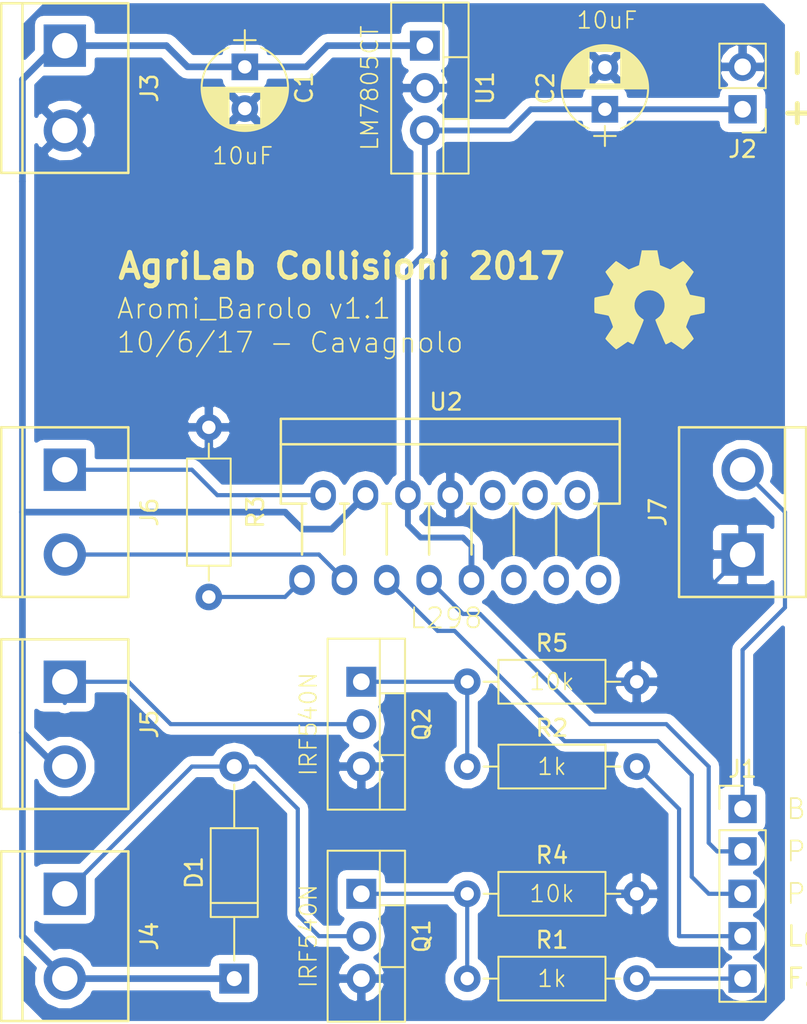
<source format=kicad_pcb>
(kicad_pcb (version 4) (host pcbnew 4.0.6)

  (general
    (links 0)
    (no_connects 0)
    (area 124.384999 63.424999 205.97 157.640001)
    (thickness 1.6)
    (drawings 43)
    (tracks 85)
    (zones 0)
    (modules 20)
    (nets 2)
  )

  (page A4)
  (layers
    (0 F.Cu signal)
    (31 B.Cu signal hide)
    (32 B.Adhes user hide)
    (33 F.Adhes user hide)
    (34 B.Paste user hide)
    (35 F.Paste user hide)
    (36 B.SilkS user hide)
    (37 F.SilkS user hide)
    (38 B.Mask user hide)
    (39 F.Mask user hide)
    (40 Dwgs.User user hide)
    (41 Cmts.User user hide)
    (42 Eco1.User user hide)
    (43 Eco2.User user hide)
    (44 Edge.Cuts user hide)
    (45 Margin user hide)
    (46 B.CrtYd user hide)
    (47 F.CrtYd user hide)
    (48 B.Fab user hide)
    (49 F.Fab user hide)
  )

  (setup
    (last_trace_width 0.25)
    (trace_clearance 0.2)
    (zone_clearance 0.508)
    (zone_45_only no)
    (trace_min 0.2)
    (segment_width 0.2)
    (edge_width 0.15)
    (via_size 0.6)
    (via_drill 0.4)
    (via_min_size 0.4)
    (via_min_drill 0.3)
    (uvia_size 0.3)
    (uvia_drill 0.1)
    (uvias_allowed no)
    (uvia_min_size 0.2)
    (uvia_min_drill 0.1)
    (pcb_text_width 0.3)
    (pcb_text_size 1.5 1.5)
    (mod_edge_width 0.15)
    (mod_text_size 1 1)
    (mod_text_width 0.15)
    (pad_size 1.8 1.8)
    (pad_drill 1)
    (pad_to_mask_clearance 0.2)
    (aux_axis_origin 0 0)
    (visible_elements FFFFFFFF)
    (pcbplotparams
      (layerselection 0x00030_80000001)
      (usegerberextensions false)
      (excludeedgelayer true)
      (linewidth 0.100000)
      (plotframeref false)
      (viasonmask false)
      (mode 1)
      (useauxorigin false)
      (hpglpennumber 1)
      (hpglpenspeed 20)
      (hpglpendiameter 15)
      (hpglpenoverlay 2)
      (psnegative false)
      (psa4output false)
      (plotreference true)
      (plotvalue true)
      (plotinvisibletext false)
      (padsonsilk false)
      (subtractmaskfromsilk false)
      (outputformat 1)
      (mirror false)
      (drillshape 1)
      (scaleselection 1)
      (outputdirectory ""))
  )

  (net 0 "")
  (net 1 GND)

  (net_class Default "Questo è il gruppo di collegamenti predefinito"
    (clearance 0.2)
    (trace_width 0.25)
    (via_dia 0.6)
    (via_drill 0.4)
    (uvia_dia 0.3)
    (uvia_drill 0.1)
  )

  (net_class 12v ""
    (clearance 0.2)
    (trace_width 0.4)
    (via_dia 0.6)
    (via_drill 0.4)
    (uvia_dia 0.3)
    (uvia_drill 0.1)
  )

  (net_class power ""
    (clearance 0.2)
    (trace_width 0.35)
    (via_dia 0.6)
    (via_drill 0.4)
    (uvia_dia 0.3)
    (uvia_drill 0.1)
  )

  (module Connectors:bornier2 (layer F.Cu) (tedit 593EAC66) (tstamp 593BD6CD)
    (at 134.62 101.6 270)
    (descr "Bornier d'alimentation 2 pins")
    (tags DEV)
    (path /593D9264)
    (fp_text reference J6 (at 0 -5.08 270) (layer F.SilkS)
      (effects (font (size 1 1) (thickness 0.15)))
    )
    (fp_text value Screw_Terminal_1x02 (at 0 5.08 270) (layer F.Fab)
      (effects (font (size 1 1) (thickness 0.15)))
    )
    (fp_line (start 5.08 2.54) (end -5.08 2.54) (layer F.SilkS) (width 0.15))
    (fp_line (start 5.08 3.81) (end 5.08 -3.81) (layer F.SilkS) (width 0.15))
    (fp_line (start 5.08 -3.81) (end -5.08 -3.81) (layer F.SilkS) (width 0.15))
    (fp_line (start -5.08 -3.81) (end -5.08 3.81) (layer F.SilkS) (width 0.15))
    (fp_line (start -5.08 3.81) (end 5.08 3.81) (layer F.SilkS) (width 0.15))
    (pad "" np_thru_hole rect (at -2.54 0 270) (size 2.54 2.54) (drill 1.524) (layers B.Cu B.Mask))
    (pad "" np_thru_hole circle (at 2.54 0 270) (size 2.54 2.54) (drill 1.524) (layers B.Cu B.Mask))
    (model Connect.3dshapes/bornier2.wrl
      (at (xyz 0 0 0))
      (scale (xyz 1 1 1))
      (rotate (xyz 0 0 0))
    )
  )

  (module Capacitors_THT:CP_Radial_D5.0mm_P2.50mm (layer F.Cu) (tedit 593EAC3B) (tstamp 593ABD06)
    (at 167.005 77.47 90)
    (descr "CP, Radial series, Radial, pin pitch=2.50mm, , diameter=5mm, Electrolytic Capacitor")
    (tags "CP Radial series Radial pin pitch 2.50mm  diameter 5mm Electrolytic Capacitor")
    (path /593ABDA5)
    (fp_text reference C2 (at 1.25 -3.56 90) (layer F.SilkS)
      (effects (font (size 1 1) (thickness 0.15)))
    )
    (fp_text value CP (at 1.25 3.56 90) (layer F.Fab)
      (effects (font (size 1 1) (thickness 0.15)))
    )
    (fp_arc (start 1.25 0) (end -1.147436 -0.98) (angle 135.5) (layer F.SilkS) (width 0.12))
    (fp_arc (start 1.25 0) (end -1.147436 0.98) (angle -135.5) (layer F.SilkS) (width 0.12))
    (fp_arc (start 1.25 0) (end 3.647436 -0.98) (angle 44.5) (layer F.SilkS) (width 0.12))
    (fp_circle (center 1.25 0) (end 3.75 0) (layer F.Fab) (width 0.1))
    (fp_line (start -2.2 0) (end -1 0) (layer F.Fab) (width 0.1))
    (fp_line (start -1.6 -0.65) (end -1.6 0.65) (layer F.Fab) (width 0.1))
    (fp_line (start 1.25 -2.55) (end 1.25 2.55) (layer F.SilkS) (width 0.12))
    (fp_line (start 1.29 -2.55) (end 1.29 2.55) (layer F.SilkS) (width 0.12))
    (fp_line (start 1.33 -2.549) (end 1.33 2.549) (layer F.SilkS) (width 0.12))
    (fp_line (start 1.37 -2.548) (end 1.37 2.548) (layer F.SilkS) (width 0.12))
    (fp_line (start 1.41 -2.546) (end 1.41 2.546) (layer F.SilkS) (width 0.12))
    (fp_line (start 1.45 -2.543) (end 1.45 2.543) (layer F.SilkS) (width 0.12))
    (fp_line (start 1.49 -2.539) (end 1.49 2.539) (layer F.SilkS) (width 0.12))
    (fp_line (start 1.53 -2.535) (end 1.53 -0.98) (layer F.SilkS) (width 0.12))
    (fp_line (start 1.53 0.98) (end 1.53 2.535) (layer F.SilkS) (width 0.12))
    (fp_line (start 1.57 -2.531) (end 1.57 -0.98) (layer F.SilkS) (width 0.12))
    (fp_line (start 1.57 0.98) (end 1.57 2.531) (layer F.SilkS) (width 0.12))
    (fp_line (start 1.61 -2.525) (end 1.61 -0.98) (layer F.SilkS) (width 0.12))
    (fp_line (start 1.61 0.98) (end 1.61 2.525) (layer F.SilkS) (width 0.12))
    (fp_line (start 1.65 -2.519) (end 1.65 -0.98) (layer F.SilkS) (width 0.12))
    (fp_line (start 1.65 0.98) (end 1.65 2.519) (layer F.SilkS) (width 0.12))
    (fp_line (start 1.69 -2.513) (end 1.69 -0.98) (layer F.SilkS) (width 0.12))
    (fp_line (start 1.69 0.98) (end 1.69 2.513) (layer F.SilkS) (width 0.12))
    (fp_line (start 1.73 -2.506) (end 1.73 -0.98) (layer F.SilkS) (width 0.12))
    (fp_line (start 1.73 0.98) (end 1.73 2.506) (layer F.SilkS) (width 0.12))
    (fp_line (start 1.77 -2.498) (end 1.77 -0.98) (layer F.SilkS) (width 0.12))
    (fp_line (start 1.77 0.98) (end 1.77 2.498) (layer F.SilkS) (width 0.12))
    (fp_line (start 1.81 -2.489) (end 1.81 -0.98) (layer F.SilkS) (width 0.12))
    (fp_line (start 1.81 0.98) (end 1.81 2.489) (layer F.SilkS) (width 0.12))
    (fp_line (start 1.85 -2.48) (end 1.85 -0.98) (layer F.SilkS) (width 0.12))
    (fp_line (start 1.85 0.98) (end 1.85 2.48) (layer F.SilkS) (width 0.12))
    (fp_line (start 1.89 -2.47) (end 1.89 -0.98) (layer F.SilkS) (width 0.12))
    (fp_line (start 1.89 0.98) (end 1.89 2.47) (layer F.SilkS) (width 0.12))
    (fp_line (start 1.93 -2.46) (end 1.93 -0.98) (layer F.SilkS) (width 0.12))
    (fp_line (start 1.93 0.98) (end 1.93 2.46) (layer F.SilkS) (width 0.12))
    (fp_line (start 1.971 -2.448) (end 1.971 -0.98) (layer F.SilkS) (width 0.12))
    (fp_line (start 1.971 0.98) (end 1.971 2.448) (layer F.SilkS) (width 0.12))
    (fp_line (start 2.011 -2.436) (end 2.011 -0.98) (layer F.SilkS) (width 0.12))
    (fp_line (start 2.011 0.98) (end 2.011 2.436) (layer F.SilkS) (width 0.12))
    (fp_line (start 2.051 -2.424) (end 2.051 -0.98) (layer F.SilkS) (width 0.12))
    (fp_line (start 2.051 0.98) (end 2.051 2.424) (layer F.SilkS) (width 0.12))
    (fp_line (start 2.091 -2.41) (end 2.091 -0.98) (layer F.SilkS) (width 0.12))
    (fp_line (start 2.091 0.98) (end 2.091 2.41) (layer F.SilkS) (width 0.12))
    (fp_line (start 2.131 -2.396) (end 2.131 -0.98) (layer F.SilkS) (width 0.12))
    (fp_line (start 2.131 0.98) (end 2.131 2.396) (layer F.SilkS) (width 0.12))
    (fp_line (start 2.171 -2.382) (end 2.171 -0.98) (layer F.SilkS) (width 0.12))
    (fp_line (start 2.171 0.98) (end 2.171 2.382) (layer F.SilkS) (width 0.12))
    (fp_line (start 2.211 -2.366) (end 2.211 -0.98) (layer F.SilkS) (width 0.12))
    (fp_line (start 2.211 0.98) (end 2.211 2.366) (layer F.SilkS) (width 0.12))
    (fp_line (start 2.251 -2.35) (end 2.251 -0.98) (layer F.SilkS) (width 0.12))
    (fp_line (start 2.251 0.98) (end 2.251 2.35) (layer F.SilkS) (width 0.12))
    (fp_line (start 2.291 -2.333) (end 2.291 -0.98) (layer F.SilkS) (width 0.12))
    (fp_line (start 2.291 0.98) (end 2.291 2.333) (layer F.SilkS) (width 0.12))
    (fp_line (start 2.331 -2.315) (end 2.331 -0.98) (layer F.SilkS) (width 0.12))
    (fp_line (start 2.331 0.98) (end 2.331 2.315) (layer F.SilkS) (width 0.12))
    (fp_line (start 2.371 -2.296) (end 2.371 -0.98) (layer F.SilkS) (width 0.12))
    (fp_line (start 2.371 0.98) (end 2.371 2.296) (layer F.SilkS) (width 0.12))
    (fp_line (start 2.411 -2.276) (end 2.411 -0.98) (layer F.SilkS) (width 0.12))
    (fp_line (start 2.411 0.98) (end 2.411 2.276) (layer F.SilkS) (width 0.12))
    (fp_line (start 2.451 -2.256) (end 2.451 -0.98) (layer F.SilkS) (width 0.12))
    (fp_line (start 2.451 0.98) (end 2.451 2.256) (layer F.SilkS) (width 0.12))
    (fp_line (start 2.491 -2.234) (end 2.491 -0.98) (layer F.SilkS) (width 0.12))
    (fp_line (start 2.491 0.98) (end 2.491 2.234) (layer F.SilkS) (width 0.12))
    (fp_line (start 2.531 -2.212) (end 2.531 -0.98) (layer F.SilkS) (width 0.12))
    (fp_line (start 2.531 0.98) (end 2.531 2.212) (layer F.SilkS) (width 0.12))
    (fp_line (start 2.571 -2.189) (end 2.571 -0.98) (layer F.SilkS) (width 0.12))
    (fp_line (start 2.571 0.98) (end 2.571 2.189) (layer F.SilkS) (width 0.12))
    (fp_line (start 2.611 -2.165) (end 2.611 -0.98) (layer F.SilkS) (width 0.12))
    (fp_line (start 2.611 0.98) (end 2.611 2.165) (layer F.SilkS) (width 0.12))
    (fp_line (start 2.651 -2.14) (end 2.651 -0.98) (layer F.SilkS) (width 0.12))
    (fp_line (start 2.651 0.98) (end 2.651 2.14) (layer F.SilkS) (width 0.12))
    (fp_line (start 2.691 -2.113) (end 2.691 -0.98) (layer F.SilkS) (width 0.12))
    (fp_line (start 2.691 0.98) (end 2.691 2.113) (layer F.SilkS) (width 0.12))
    (fp_line (start 2.731 -2.086) (end 2.731 -0.98) (layer F.SilkS) (width 0.12))
    (fp_line (start 2.731 0.98) (end 2.731 2.086) (layer F.SilkS) (width 0.12))
    (fp_line (start 2.771 -2.058) (end 2.771 -0.98) (layer F.SilkS) (width 0.12))
    (fp_line (start 2.771 0.98) (end 2.771 2.058) (layer F.SilkS) (width 0.12))
    (fp_line (start 2.811 -2.028) (end 2.811 -0.98) (layer F.SilkS) (width 0.12))
    (fp_line (start 2.811 0.98) (end 2.811 2.028) (layer F.SilkS) (width 0.12))
    (fp_line (start 2.851 -1.997) (end 2.851 -0.98) (layer F.SilkS) (width 0.12))
    (fp_line (start 2.851 0.98) (end 2.851 1.997) (layer F.SilkS) (width 0.12))
    (fp_line (start 2.891 -1.965) (end 2.891 -0.98) (layer F.SilkS) (width 0.12))
    (fp_line (start 2.891 0.98) (end 2.891 1.965) (layer F.SilkS) (width 0.12))
    (fp_line (start 2.931 -1.932) (end 2.931 -0.98) (layer F.SilkS) (width 0.12))
    (fp_line (start 2.931 0.98) (end 2.931 1.932) (layer F.SilkS) (width 0.12))
    (fp_line (start 2.971 -1.897) (end 2.971 -0.98) (layer F.SilkS) (width 0.12))
    (fp_line (start 2.971 0.98) (end 2.971 1.897) (layer F.SilkS) (width 0.12))
    (fp_line (start 3.011 -1.861) (end 3.011 -0.98) (layer F.SilkS) (width 0.12))
    (fp_line (start 3.011 0.98) (end 3.011 1.861) (layer F.SilkS) (width 0.12))
    (fp_line (start 3.051 -1.823) (end 3.051 -0.98) (layer F.SilkS) (width 0.12))
    (fp_line (start 3.051 0.98) (end 3.051 1.823) (layer F.SilkS) (width 0.12))
    (fp_line (start 3.091 -1.783) (end 3.091 -0.98) (layer F.SilkS) (width 0.12))
    (fp_line (start 3.091 0.98) (end 3.091 1.783) (layer F.SilkS) (width 0.12))
    (fp_line (start 3.131 -1.742) (end 3.131 -0.98) (layer F.SilkS) (width 0.12))
    (fp_line (start 3.131 0.98) (end 3.131 1.742) (layer F.SilkS) (width 0.12))
    (fp_line (start 3.171 -1.699) (end 3.171 -0.98) (layer F.SilkS) (width 0.12))
    (fp_line (start 3.171 0.98) (end 3.171 1.699) (layer F.SilkS) (width 0.12))
    (fp_line (start 3.211 -1.654) (end 3.211 -0.98) (layer F.SilkS) (width 0.12))
    (fp_line (start 3.211 0.98) (end 3.211 1.654) (layer F.SilkS) (width 0.12))
    (fp_line (start 3.251 -1.606) (end 3.251 -0.98) (layer F.SilkS) (width 0.12))
    (fp_line (start 3.251 0.98) (end 3.251 1.606) (layer F.SilkS) (width 0.12))
    (fp_line (start 3.291 -1.556) (end 3.291 -0.98) (layer F.SilkS) (width 0.12))
    (fp_line (start 3.291 0.98) (end 3.291 1.556) (layer F.SilkS) (width 0.12))
    (fp_line (start 3.331 -1.504) (end 3.331 -0.98) (layer F.SilkS) (width 0.12))
    (fp_line (start 3.331 0.98) (end 3.331 1.504) (layer F.SilkS) (width 0.12))
    (fp_line (start 3.371 -1.448) (end 3.371 -0.98) (layer F.SilkS) (width 0.12))
    (fp_line (start 3.371 0.98) (end 3.371 1.448) (layer F.SilkS) (width 0.12))
    (fp_line (start 3.411 -1.39) (end 3.411 -0.98) (layer F.SilkS) (width 0.12))
    (fp_line (start 3.411 0.98) (end 3.411 1.39) (layer F.SilkS) (width 0.12))
    (fp_line (start 3.451 -1.327) (end 3.451 -0.98) (layer F.SilkS) (width 0.12))
    (fp_line (start 3.451 0.98) (end 3.451 1.327) (layer F.SilkS) (width 0.12))
    (fp_line (start 3.491 -1.261) (end 3.491 1.261) (layer F.SilkS) (width 0.12))
    (fp_line (start 3.531 -1.189) (end 3.531 1.189) (layer F.SilkS) (width 0.12))
    (fp_line (start 3.571 -1.112) (end 3.571 1.112) (layer F.SilkS) (width 0.12))
    (fp_line (start 3.611 -1.028) (end 3.611 1.028) (layer F.SilkS) (width 0.12))
    (fp_line (start 3.651 -0.934) (end 3.651 0.934) (layer F.SilkS) (width 0.12))
    (fp_line (start 3.691 -0.829) (end 3.691 0.829) (layer F.SilkS) (width 0.12))
    (fp_line (start 3.731 -0.707) (end 3.731 0.707) (layer F.SilkS) (width 0.12))
    (fp_line (start 3.771 -0.559) (end 3.771 0.559) (layer F.SilkS) (width 0.12))
    (fp_line (start 3.811 -0.354) (end 3.811 0.354) (layer F.SilkS) (width 0.12))
    (fp_line (start -2.2 0) (end -1 0) (layer F.SilkS) (width 0.12))
    (fp_line (start -1.6 -0.65) (end -1.6 0.65) (layer F.SilkS) (width 0.12))
    (fp_line (start -1.6 -2.85) (end -1.6 2.85) (layer F.CrtYd) (width 0.05))
    (fp_line (start -1.6 2.85) (end 4.1 2.85) (layer F.CrtYd) (width 0.05))
    (fp_line (start 4.1 2.85) (end 4.1 -2.85) (layer F.CrtYd) (width 0.05))
    (fp_line (start 4.1 -2.85) (end -1.6 -2.85) (layer F.CrtYd) (width 0.05))
    (pad "" np_thru_hole rect (at 0 0 90) (size 1.6 1.6) (drill 0.8) (layers B.Cu B.Mask))
    (pad "" np_thru_hole circle (at 2.5 0 90) (size 1.6 1.6) (drill 0.8) (layers B.Cu B.Mask))
    (model Capacitors_THT.3dshapes/CP_Radial_D5.0mm_P2.50mm.wrl
      (at (xyz 0 0 0))
      (scale (xyz 0.393701 0.393701 0.393701))
      (rotate (xyz 0 0 0))
    )
  )

  (module Connectors:bornier2 (layer F.Cu) (tedit 593EAE0B) (tstamp 593BD6C1)
    (at 134.62 127 270)
    (descr "Bornier d'alimentation 2 pins")
    (tags DEV)
    (path /593AA9CD)
    (fp_text reference J4 (at 0 -5.08 270) (layer F.SilkS)
      (effects (font (size 1 1) (thickness 0.15)))
    )
    (fp_text value Screw_Terminal_1x02 (at 0 5.08 270) (layer F.Fab)
      (effects (font (size 1 1) (thickness 0.15)))
    )
    (fp_line (start 5.08 2.54) (end -5.08 2.54) (layer F.SilkS) (width 0.15))
    (fp_line (start 5.08 3.81) (end 5.08 -3.81) (layer F.SilkS) (width 0.15))
    (fp_line (start 5.08 -3.81) (end -5.08 -3.81) (layer F.SilkS) (width 0.15))
    (fp_line (start -5.08 -3.81) (end -5.08 3.81) (layer F.SilkS) (width 0.15))
    (fp_line (start -5.08 3.81) (end 5.08 3.81) (layer F.SilkS) (width 0.15))
    (pad "" np_thru_hole rect (at -2.54 0 270) (size 2.54 2.54) (drill 1.524) (layers B.Cu B.Mask))
    (pad "" np_thru_hole circle (at 2.54 0 270) (size 2.54 2.54) (drill 1.524) (layers B.Cu B.Mask))
    (model Connect.3dshapes/bornier2.wrl
      (at (xyz 0 0 0))
      (scale (xyz 1 1 1))
      (rotate (xyz 0 0 0))
    )
  )

  (module Resistors_THT:R_Axial_DIN0207_L6.3mm_D2.5mm_P10.16mm_Horizontal (layer F.Cu) (tedit 593EAD67) (tstamp 593BC5F8)
    (at 158.75 111.76)
    (descr "Resistor, Axial_DIN0207 series, Axial, Horizontal, pin pitch=10.16mm, 0.25W = 1/4W, length*diameter=6.3*2.5mm^2, http://cdn-reichelt.de/documents/datenblatt/B400/1_4W%23YAG.pdf")
    (tags "Resistor Axial_DIN0207 series Axial Horizontal pin pitch 10.16mm 0.25W = 1/4W length 6.3mm diameter 2.5mm")
    (path /593AAE4D)
    (fp_text reference R5 (at 5.08 -2.31) (layer F.SilkS)
      (effects (font (size 1 1) (thickness 0.15)))
    )
    (fp_text value R (at 5.08 2.31) (layer F.Fab)
      (effects (font (size 1 1) (thickness 0.15)))
    )
    (fp_line (start 1.93 -1.25) (end 1.93 1.25) (layer F.Fab) (width 0.1))
    (fp_line (start 1.93 1.25) (end 8.23 1.25) (layer F.Fab) (width 0.1))
    (fp_line (start 8.23 1.25) (end 8.23 -1.25) (layer F.Fab) (width 0.1))
    (fp_line (start 8.23 -1.25) (end 1.93 -1.25) (layer F.Fab) (width 0.1))
    (fp_line (start 0 0) (end 1.93 0) (layer F.Fab) (width 0.1))
    (fp_line (start 10.16 0) (end 8.23 0) (layer F.Fab) (width 0.1))
    (fp_line (start 1.87 -1.31) (end 1.87 1.31) (layer F.SilkS) (width 0.12))
    (fp_line (start 1.87 1.31) (end 8.29 1.31) (layer F.SilkS) (width 0.12))
    (fp_line (start 8.29 1.31) (end 8.29 -1.31) (layer F.SilkS) (width 0.12))
    (fp_line (start 8.29 -1.31) (end 1.87 -1.31) (layer F.SilkS) (width 0.12))
    (fp_line (start 0.98 0) (end 1.87 0) (layer F.SilkS) (width 0.12))
    (fp_line (start 9.18 0) (end 8.29 0) (layer F.SilkS) (width 0.12))
    (fp_line (start -1.05 -1.6) (end -1.05 1.6) (layer F.CrtYd) (width 0.05))
    (fp_line (start -1.05 1.6) (end 11.25 1.6) (layer F.CrtYd) (width 0.05))
    (fp_line (start 11.25 1.6) (end 11.25 -1.6) (layer F.CrtYd) (width 0.05))
    (fp_line (start 11.25 -1.6) (end -1.05 -1.6) (layer F.CrtYd) (width 0.05))
    (pad "" np_thru_hole circle (at 0 0) (size 1.6 1.6) (drill 0.8) (layers B.Cu B.Mask))
    (pad "" np_thru_hole oval (at 10.16 0) (size 1.6 1.6) (drill 0.8) (layers B.Cu B.Mask))
    (model Resistors_THT.3dshapes/R_Axial_DIN0207_L6.3mm_D2.5mm_P10.16mm_Horizontal.wrl
      (at (xyz 0 0 0))
      (scale (xyz 0.393701 0.393701 0.393701))
      (rotate (xyz 0 0 0))
    )
  )

  (module Capacitors_THT:CP_Radial_D5.0mm_P2.50mm (layer F.Cu) (tedit 593EABE2) (tstamp 593ABD00)
    (at 145.415 74.93 270)
    (descr "CP, Radial series, Radial, pin pitch=2.50mm, , diameter=5mm, Electrolytic Capacitor")
    (tags "CP Radial series Radial pin pitch 2.50mm  diameter 5mm Electrolytic Capacitor")
    (path /593ABBB3)
    (fp_text reference C1 (at 1.25 -3.56 270) (layer F.SilkS)
      (effects (font (size 1 1) (thickness 0.15)))
    )
    (fp_text value CP (at 1.25 3.56 270) (layer F.Fab)
      (effects (font (size 1 1) (thickness 0.15)))
    )
    (fp_arc (start 1.25 0) (end -1.147436 -0.98) (angle 135.5) (layer F.SilkS) (width 0.12))
    (fp_arc (start 1.25 0) (end -1.147436 0.98) (angle -135.5) (layer F.SilkS) (width 0.12))
    (fp_arc (start 1.25 0) (end 3.647436 -0.98) (angle 44.5) (layer F.SilkS) (width 0.12))
    (fp_circle (center 1.25 0) (end 3.75 0) (layer F.Fab) (width 0.1))
    (fp_line (start -2.2 0) (end -1 0) (layer F.Fab) (width 0.1))
    (fp_line (start -1.6 -0.65) (end -1.6 0.65) (layer F.Fab) (width 0.1))
    (fp_line (start 1.25 -2.55) (end 1.25 2.55) (layer F.SilkS) (width 0.12))
    (fp_line (start 1.29 -2.55) (end 1.29 2.55) (layer F.SilkS) (width 0.12))
    (fp_line (start 1.33 -2.549) (end 1.33 2.549) (layer F.SilkS) (width 0.12))
    (fp_line (start 1.37 -2.548) (end 1.37 2.548) (layer F.SilkS) (width 0.12))
    (fp_line (start 1.41 -2.546) (end 1.41 2.546) (layer F.SilkS) (width 0.12))
    (fp_line (start 1.45 -2.543) (end 1.45 2.543) (layer F.SilkS) (width 0.12))
    (fp_line (start 1.49 -2.539) (end 1.49 2.539) (layer F.SilkS) (width 0.12))
    (fp_line (start 1.53 -2.535) (end 1.53 -0.98) (layer F.SilkS) (width 0.12))
    (fp_line (start 1.53 0.98) (end 1.53 2.535) (layer F.SilkS) (width 0.12))
    (fp_line (start 1.57 -2.531) (end 1.57 -0.98) (layer F.SilkS) (width 0.12))
    (fp_line (start 1.57 0.98) (end 1.57 2.531) (layer F.SilkS) (width 0.12))
    (fp_line (start 1.61 -2.525) (end 1.61 -0.98) (layer F.SilkS) (width 0.12))
    (fp_line (start 1.61 0.98) (end 1.61 2.525) (layer F.SilkS) (width 0.12))
    (fp_line (start 1.65 -2.519) (end 1.65 -0.98) (layer F.SilkS) (width 0.12))
    (fp_line (start 1.65 0.98) (end 1.65 2.519) (layer F.SilkS) (width 0.12))
    (fp_line (start 1.69 -2.513) (end 1.69 -0.98) (layer F.SilkS) (width 0.12))
    (fp_line (start 1.69 0.98) (end 1.69 2.513) (layer F.SilkS) (width 0.12))
    (fp_line (start 1.73 -2.506) (end 1.73 -0.98) (layer F.SilkS) (width 0.12))
    (fp_line (start 1.73 0.98) (end 1.73 2.506) (layer F.SilkS) (width 0.12))
    (fp_line (start 1.77 -2.498) (end 1.77 -0.98) (layer F.SilkS) (width 0.12))
    (fp_line (start 1.77 0.98) (end 1.77 2.498) (layer F.SilkS) (width 0.12))
    (fp_line (start 1.81 -2.489) (end 1.81 -0.98) (layer F.SilkS) (width 0.12))
    (fp_line (start 1.81 0.98) (end 1.81 2.489) (layer F.SilkS) (width 0.12))
    (fp_line (start 1.85 -2.48) (end 1.85 -0.98) (layer F.SilkS) (width 0.12))
    (fp_line (start 1.85 0.98) (end 1.85 2.48) (layer F.SilkS) (width 0.12))
    (fp_line (start 1.89 -2.47) (end 1.89 -0.98) (layer F.SilkS) (width 0.12))
    (fp_line (start 1.89 0.98) (end 1.89 2.47) (layer F.SilkS) (width 0.12))
    (fp_line (start 1.93 -2.46) (end 1.93 -0.98) (layer F.SilkS) (width 0.12))
    (fp_line (start 1.93 0.98) (end 1.93 2.46) (layer F.SilkS) (width 0.12))
    (fp_line (start 1.971 -2.448) (end 1.971 -0.98) (layer F.SilkS) (width 0.12))
    (fp_line (start 1.971 0.98) (end 1.971 2.448) (layer F.SilkS) (width 0.12))
    (fp_line (start 2.011 -2.436) (end 2.011 -0.98) (layer F.SilkS) (width 0.12))
    (fp_line (start 2.011 0.98) (end 2.011 2.436) (layer F.SilkS) (width 0.12))
    (fp_line (start 2.051 -2.424) (end 2.051 -0.98) (layer F.SilkS) (width 0.12))
    (fp_line (start 2.051 0.98) (end 2.051 2.424) (layer F.SilkS) (width 0.12))
    (fp_line (start 2.091 -2.41) (end 2.091 -0.98) (layer F.SilkS) (width 0.12))
    (fp_line (start 2.091 0.98) (end 2.091 2.41) (layer F.SilkS) (width 0.12))
    (fp_line (start 2.131 -2.396) (end 2.131 -0.98) (layer F.SilkS) (width 0.12))
    (fp_line (start 2.131 0.98) (end 2.131 2.396) (layer F.SilkS) (width 0.12))
    (fp_line (start 2.171 -2.382) (end 2.171 -0.98) (layer F.SilkS) (width 0.12))
    (fp_line (start 2.171 0.98) (end 2.171 2.382) (layer F.SilkS) (width 0.12))
    (fp_line (start 2.211 -2.366) (end 2.211 -0.98) (layer F.SilkS) (width 0.12))
    (fp_line (start 2.211 0.98) (end 2.211 2.366) (layer F.SilkS) (width 0.12))
    (fp_line (start 2.251 -2.35) (end 2.251 -0.98) (layer F.SilkS) (width 0.12))
    (fp_line (start 2.251 0.98) (end 2.251 2.35) (layer F.SilkS) (width 0.12))
    (fp_line (start 2.291 -2.333) (end 2.291 -0.98) (layer F.SilkS) (width 0.12))
    (fp_line (start 2.291 0.98) (end 2.291 2.333) (layer F.SilkS) (width 0.12))
    (fp_line (start 2.331 -2.315) (end 2.331 -0.98) (layer F.SilkS) (width 0.12))
    (fp_line (start 2.331 0.98) (end 2.331 2.315) (layer F.SilkS) (width 0.12))
    (fp_line (start 2.371 -2.296) (end 2.371 -0.98) (layer F.SilkS) (width 0.12))
    (fp_line (start 2.371 0.98) (end 2.371 2.296) (layer F.SilkS) (width 0.12))
    (fp_line (start 2.411 -2.276) (end 2.411 -0.98) (layer F.SilkS) (width 0.12))
    (fp_line (start 2.411 0.98) (end 2.411 2.276) (layer F.SilkS) (width 0.12))
    (fp_line (start 2.451 -2.256) (end 2.451 -0.98) (layer F.SilkS) (width 0.12))
    (fp_line (start 2.451 0.98) (end 2.451 2.256) (layer F.SilkS) (width 0.12))
    (fp_line (start 2.491 -2.234) (end 2.491 -0.98) (layer F.SilkS) (width 0.12))
    (fp_line (start 2.491 0.98) (end 2.491 2.234) (layer F.SilkS) (width 0.12))
    (fp_line (start 2.531 -2.212) (end 2.531 -0.98) (layer F.SilkS) (width 0.12))
    (fp_line (start 2.531 0.98) (end 2.531 2.212) (layer F.SilkS) (width 0.12))
    (fp_line (start 2.571 -2.189) (end 2.571 -0.98) (layer F.SilkS) (width 0.12))
    (fp_line (start 2.571 0.98) (end 2.571 2.189) (layer F.SilkS) (width 0.12))
    (fp_line (start 2.611 -2.165) (end 2.611 -0.98) (layer F.SilkS) (width 0.12))
    (fp_line (start 2.611 0.98) (end 2.611 2.165) (layer F.SilkS) (width 0.12))
    (fp_line (start 2.651 -2.14) (end 2.651 -0.98) (layer F.SilkS) (width 0.12))
    (fp_line (start 2.651 0.98) (end 2.651 2.14) (layer F.SilkS) (width 0.12))
    (fp_line (start 2.691 -2.113) (end 2.691 -0.98) (layer F.SilkS) (width 0.12))
    (fp_line (start 2.691 0.98) (end 2.691 2.113) (layer F.SilkS) (width 0.12))
    (fp_line (start 2.731 -2.086) (end 2.731 -0.98) (layer F.SilkS) (width 0.12))
    (fp_line (start 2.731 0.98) (end 2.731 2.086) (layer F.SilkS) (width 0.12))
    (fp_line (start 2.771 -2.058) (end 2.771 -0.98) (layer F.SilkS) (width 0.12))
    (fp_line (start 2.771 0.98) (end 2.771 2.058) (layer F.SilkS) (width 0.12))
    (fp_line (start 2.811 -2.028) (end 2.811 -0.98) (layer F.SilkS) (width 0.12))
    (fp_line (start 2.811 0.98) (end 2.811 2.028) (layer F.SilkS) (width 0.12))
    (fp_line (start 2.851 -1.997) (end 2.851 -0.98) (layer F.SilkS) (width 0.12))
    (fp_line (start 2.851 0.98) (end 2.851 1.997) (layer F.SilkS) (width 0.12))
    (fp_line (start 2.891 -1.965) (end 2.891 -0.98) (layer F.SilkS) (width 0.12))
    (fp_line (start 2.891 0.98) (end 2.891 1.965) (layer F.SilkS) (width 0.12))
    (fp_line (start 2.931 -1.932) (end 2.931 -0.98) (layer F.SilkS) (width 0.12))
    (fp_line (start 2.931 0.98) (end 2.931 1.932) (layer F.SilkS) (width 0.12))
    (fp_line (start 2.971 -1.897) (end 2.971 -0.98) (layer F.SilkS) (width 0.12))
    (fp_line (start 2.971 0.98) (end 2.971 1.897) (layer F.SilkS) (width 0.12))
    (fp_line (start 3.011 -1.861) (end 3.011 -0.98) (layer F.SilkS) (width 0.12))
    (fp_line (start 3.011 0.98) (end 3.011 1.861) (layer F.SilkS) (width 0.12))
    (fp_line (start 3.051 -1.823) (end 3.051 -0.98) (layer F.SilkS) (width 0.12))
    (fp_line (start 3.051 0.98) (end 3.051 1.823) (layer F.SilkS) (width 0.12))
    (fp_line (start 3.091 -1.783) (end 3.091 -0.98) (layer F.SilkS) (width 0.12))
    (fp_line (start 3.091 0.98) (end 3.091 1.783) (layer F.SilkS) (width 0.12))
    (fp_line (start 3.131 -1.742) (end 3.131 -0.98) (layer F.SilkS) (width 0.12))
    (fp_line (start 3.131 0.98) (end 3.131 1.742) (layer F.SilkS) (width 0.12))
    (fp_line (start 3.171 -1.699) (end 3.171 -0.98) (layer F.SilkS) (width 0.12))
    (fp_line (start 3.171 0.98) (end 3.171 1.699) (layer F.SilkS) (width 0.12))
    (fp_line (start 3.211 -1.654) (end 3.211 -0.98) (layer F.SilkS) (width 0.12))
    (fp_line (start 3.211 0.98) (end 3.211 1.654) (layer F.SilkS) (width 0.12))
    (fp_line (start 3.251 -1.606) (end 3.251 -0.98) (layer F.SilkS) (width 0.12))
    (fp_line (start 3.251 0.98) (end 3.251 1.606) (layer F.SilkS) (width 0.12))
    (fp_line (start 3.291 -1.556) (end 3.291 -0.98) (layer F.SilkS) (width 0.12))
    (fp_line (start 3.291 0.98) (end 3.291 1.556) (layer F.SilkS) (width 0.12))
    (fp_line (start 3.331 -1.504) (end 3.331 -0.98) (layer F.SilkS) (width 0.12))
    (fp_line (start 3.331 0.98) (end 3.331 1.504) (layer F.SilkS) (width 0.12))
    (fp_line (start 3.371 -1.448) (end 3.371 -0.98) (layer F.SilkS) (width 0.12))
    (fp_line (start 3.371 0.98) (end 3.371 1.448) (layer F.SilkS) (width 0.12))
    (fp_line (start 3.411 -1.39) (end 3.411 -0.98) (layer F.SilkS) (width 0.12))
    (fp_line (start 3.411 0.98) (end 3.411 1.39) (layer F.SilkS) (width 0.12))
    (fp_line (start 3.451 -1.327) (end 3.451 -0.98) (layer F.SilkS) (width 0.12))
    (fp_line (start 3.451 0.98) (end 3.451 1.327) (layer F.SilkS) (width 0.12))
    (fp_line (start 3.491 -1.261) (end 3.491 1.261) (layer F.SilkS) (width 0.12))
    (fp_line (start 3.531 -1.189) (end 3.531 1.189) (layer F.SilkS) (width 0.12))
    (fp_line (start 3.571 -1.112) (end 3.571 1.112) (layer F.SilkS) (width 0.12))
    (fp_line (start 3.611 -1.028) (end 3.611 1.028) (layer F.SilkS) (width 0.12))
    (fp_line (start 3.651 -0.934) (end 3.651 0.934) (layer F.SilkS) (width 0.12))
    (fp_line (start 3.691 -0.829) (end 3.691 0.829) (layer F.SilkS) (width 0.12))
    (fp_line (start 3.731 -0.707) (end 3.731 0.707) (layer F.SilkS) (width 0.12))
    (fp_line (start 3.771 -0.559) (end 3.771 0.559) (layer F.SilkS) (width 0.12))
    (fp_line (start 3.811 -0.354) (end 3.811 0.354) (layer F.SilkS) (width 0.12))
    (fp_line (start -2.2 0) (end -1 0) (layer F.SilkS) (width 0.12))
    (fp_line (start -1.6 -0.65) (end -1.6 0.65) (layer F.SilkS) (width 0.12))
    (fp_line (start -1.6 -2.85) (end -1.6 2.85) (layer F.CrtYd) (width 0.05))
    (fp_line (start -1.6 2.85) (end 4.1 2.85) (layer F.CrtYd) (width 0.05))
    (fp_line (start 4.1 2.85) (end 4.1 -2.85) (layer F.CrtYd) (width 0.05))
    (fp_line (start 4.1 -2.85) (end -1.6 -2.85) (layer F.CrtYd) (width 0.05))
    (pad "" np_thru_hole rect (at 0 0 270) (size 1.6 1.6) (drill 0.8) (layers B.Cu B.Mask))
    (pad "" np_thru_hole circle (at 2.5 0 270) (size 1.6 1.6) (drill 0.8) (layers B.Cu B.Mask))
    (model Capacitors_THT.3dshapes/CP_Radial_D5.0mm_P2.50mm.wrl
      (at (xyz 0 0 0))
      (scale (xyz 0.393701 0.393701 0.393701))
      (rotate (xyz 0 0 0))
    )
  )

  (module TO_SOT_Packages_THT:TO-220_Vertical (layer F.Cu) (tedit 593EB4C9) (tstamp 593ABD43)
    (at 152.4 124.46 270)
    (descr "TO-220, Vertical, RM 2.54mm")
    (tags "TO-220 Vertical RM 2.54mm")
    (path /593AA8D2)
    (fp_text reference Q1 (at 2.54 -3.62 270) (layer F.SilkS)
      (effects (font (size 1 1) (thickness 0.15)))
    )
    (fp_text value IRF540N (at 2.54 3.92 270) (layer F.Fab)
      (effects (font (size 1 1) (thickness 0.15)))
    )
    (fp_line (start -2.46 -2.5) (end -2.46 1.9) (layer F.Fab) (width 0.1))
    (fp_line (start -2.46 1.9) (end 7.54 1.9) (layer F.Fab) (width 0.1))
    (fp_line (start 7.54 1.9) (end 7.54 -2.5) (layer F.Fab) (width 0.1))
    (fp_line (start 7.54 -2.5) (end -2.46 -2.5) (layer F.Fab) (width 0.1))
    (fp_line (start -2.46 -1.23) (end 7.54 -1.23) (layer F.Fab) (width 0.1))
    (fp_line (start 0.69 -2.5) (end 0.69 -1.23) (layer F.Fab) (width 0.1))
    (fp_line (start 4.39 -2.5) (end 4.39 -1.23) (layer F.Fab) (width 0.1))
    (fp_line (start -2.58 -2.62) (end 7.66 -2.62) (layer F.SilkS) (width 0.12))
    (fp_line (start -2.58 2.021) (end 7.66 2.021) (layer F.SilkS) (width 0.12))
    (fp_line (start -2.58 -2.62) (end -2.58 2.021) (layer F.SilkS) (width 0.12))
    (fp_line (start 7.66 -2.62) (end 7.66 2.021) (layer F.SilkS) (width 0.12))
    (fp_line (start -2.58 -1.11) (end 7.66 -1.11) (layer F.SilkS) (width 0.12))
    (fp_line (start 0.69 -2.62) (end 0.69 -1.11) (layer F.SilkS) (width 0.12))
    (fp_line (start 4.391 -2.62) (end 4.391 -1.11) (layer F.SilkS) (width 0.12))
    (fp_line (start -2.71 -2.75) (end -2.71 2.16) (layer F.CrtYd) (width 0.05))
    (fp_line (start -2.71 2.16) (end 7.79 2.16) (layer F.CrtYd) (width 0.05))
    (fp_line (start 7.79 2.16) (end 7.79 -2.75) (layer F.CrtYd) (width 0.05))
    (fp_line (start 7.79 -2.75) (end -2.71 -2.75) (layer F.CrtYd) (width 0.05))
    (fp_text user %R (at 2.54 -3.62 270) (layer F.Fab)
      (effects (font (size 1 1) (thickness 0.15)))
    )
    (pad "" np_thru_hole rect (at 0 0 270) (size 1.8 1.8) (drill 1) (layers B.Cu B.Mask))
    (pad "" np_thru_hole oval (at 2.54 0 270) (size 1.8 1.8) (drill 1) (layers B.Cu B.Mask))
    (pad "" np_thru_hole oval (at 5.08 0 270) (size 1.8 1.8) (drill 1) (layers B.Cu B.Mask))
    (model TO_SOT_Packages_THT.3dshapes/TO-220_Vertical.wrl
      (at (xyz 0.1 0 0))
      (scale (xyz 0.393701 0.393701 0.393701))
      (rotate (xyz 0 0 0))
    )
  )

  (module TO_SOT_Packages_THT:TO-220_Vertical (layer F.Cu) (tedit 593EAD57) (tstamp 593ABD4A)
    (at 152.4 111.76 270)
    (descr "TO-220, Vertical, RM 2.54mm")
    (tags "TO-220 Vertical RM 2.54mm")
    (path /593AA927)
    (fp_text reference Q2 (at 2.54 -3.62 270) (layer F.SilkS)
      (effects (font (size 1 1) (thickness 0.15)))
    )
    (fp_text value IRF540N (at 2.54 3.92 270) (layer F.Fab)
      (effects (font (size 1 1) (thickness 0.15)))
    )
    (fp_line (start -2.46 -2.5) (end -2.46 1.9) (layer F.Fab) (width 0.1))
    (fp_line (start -2.46 1.9) (end 7.54 1.9) (layer F.Fab) (width 0.1))
    (fp_line (start 7.54 1.9) (end 7.54 -2.5) (layer F.Fab) (width 0.1))
    (fp_line (start 7.54 -2.5) (end -2.46 -2.5) (layer F.Fab) (width 0.1))
    (fp_line (start -2.46 -1.23) (end 7.54 -1.23) (layer F.Fab) (width 0.1))
    (fp_line (start 0.69 -2.5) (end 0.69 -1.23) (layer F.Fab) (width 0.1))
    (fp_line (start 4.39 -2.5) (end 4.39 -1.23) (layer F.Fab) (width 0.1))
    (fp_line (start -2.58 -2.62) (end 7.66 -2.62) (layer F.SilkS) (width 0.12))
    (fp_line (start -2.58 2.021) (end 7.66 2.021) (layer F.SilkS) (width 0.12))
    (fp_line (start -2.58 -2.62) (end -2.58 2.021) (layer F.SilkS) (width 0.12))
    (fp_line (start 7.66 -2.62) (end 7.66 2.021) (layer F.SilkS) (width 0.12))
    (fp_line (start -2.58 -1.11) (end 7.66 -1.11) (layer F.SilkS) (width 0.12))
    (fp_line (start 0.69 -2.62) (end 0.69 -1.11) (layer F.SilkS) (width 0.12))
    (fp_line (start 4.391 -2.62) (end 4.391 -1.11) (layer F.SilkS) (width 0.12))
    (fp_line (start -2.71 -2.75) (end -2.71 2.16) (layer F.CrtYd) (width 0.05))
    (fp_line (start -2.71 2.16) (end 7.79 2.16) (layer F.CrtYd) (width 0.05))
    (fp_line (start 7.79 2.16) (end 7.79 -2.75) (layer F.CrtYd) (width 0.05))
    (fp_line (start 7.79 -2.75) (end -2.71 -2.75) (layer F.CrtYd) (width 0.05))
    (fp_text user %R (at 2.54 -3.62 270) (layer F.Fab)
      (effects (font (size 1 1) (thickness 0.15)))
    )
    (pad "" np_thru_hole rect (at 0 0 270) (size 1.8 1.8) (drill 1) (layers B.Cu B.Mask))
    (pad "" np_thru_hole oval (at 2.54 0 270) (size 1.8 1.8) (drill 1) (layers B.Cu B.Mask))
    (pad "" np_thru_hole oval (at 5.08 0 270) (size 1.8 1.8) (drill 1) (layers B.Cu B.Mask))
    (model TO_SOT_Packages_THT.3dshapes/TO-220_Vertical.wrl
      (at (xyz 0.1 0 0))
      (scale (xyz 0.393701 0.393701 0.393701))
      (rotate (xyz 0 0 0))
    )
  )

  (module TO_SOT_Packages_THT:TO-220_Vertical (layer F.Cu) (tedit 593EAC2B) (tstamp 593ABD7C)
    (at 156.21 73.66 270)
    (descr "TO-220, Vertical, RM 2.54mm")
    (tags "TO-220 Vertical RM 2.54mm")
    (path /593AB9AF)
    (fp_text reference U1 (at 2.54 -3.62 270) (layer F.SilkS)
      (effects (font (size 1 1) (thickness 0.15)))
    )
    (fp_text value LM7805CT (at 2.54 3.92 270) (layer F.Fab)
      (effects (font (size 1 1) (thickness 0.15)))
    )
    (fp_line (start -2.46 -2.5) (end -2.46 1.9) (layer F.Fab) (width 0.1))
    (fp_line (start -2.46 1.9) (end 7.54 1.9) (layer F.Fab) (width 0.1))
    (fp_line (start 7.54 1.9) (end 7.54 -2.5) (layer F.Fab) (width 0.1))
    (fp_line (start 7.54 -2.5) (end -2.46 -2.5) (layer F.Fab) (width 0.1))
    (fp_line (start -2.46 -1.23) (end 7.54 -1.23) (layer F.Fab) (width 0.1))
    (fp_line (start 0.69 -2.5) (end 0.69 -1.23) (layer F.Fab) (width 0.1))
    (fp_line (start 4.39 -2.5) (end 4.39 -1.23) (layer F.Fab) (width 0.1))
    (fp_line (start -2.58 -2.62) (end 7.66 -2.62) (layer F.SilkS) (width 0.12))
    (fp_line (start -2.58 2.021) (end 7.66 2.021) (layer F.SilkS) (width 0.12))
    (fp_line (start -2.58 -2.62) (end -2.58 2.021) (layer F.SilkS) (width 0.12))
    (fp_line (start 7.66 -2.62) (end 7.66 2.021) (layer F.SilkS) (width 0.12))
    (fp_line (start -2.58 -1.11) (end 7.66 -1.11) (layer F.SilkS) (width 0.12))
    (fp_line (start 0.69 -2.62) (end 0.69 -1.11) (layer F.SilkS) (width 0.12))
    (fp_line (start 4.391 -2.62) (end 4.391 -1.11) (layer F.SilkS) (width 0.12))
    (fp_line (start -2.71 -2.75) (end -2.71 2.16) (layer F.CrtYd) (width 0.05))
    (fp_line (start -2.71 2.16) (end 7.79 2.16) (layer F.CrtYd) (width 0.05))
    (fp_line (start 7.79 2.16) (end 7.79 -2.75) (layer F.CrtYd) (width 0.05))
    (fp_line (start 7.79 -2.75) (end -2.71 -2.75) (layer F.CrtYd) (width 0.05))
    (fp_text user %R (at 2.54 -3.62 270) (layer F.Fab)
      (effects (font (size 1 1) (thickness 0.15)))
    )
    (pad "" np_thru_hole rect (at 0 0 270) (size 1.8 1.8) (drill 1) (layers B.Cu B.Mask))
    (pad "" np_thru_hole oval (at 2.54 0 270) (size 1.8 1.8) (drill 1) (layers B.Cu B.Mask))
    (pad "" np_thru_hole oval (at 5.08 0 270) (size 1.8 1.8) (drill 1) (layers B.Cu B.Mask))
    (model TO_SOT_Packages_THT.3dshapes/TO-220_Vertical.wrl
      (at (xyz 0.1 0 0))
      (scale (xyz 0.393701 0.393701 0.393701))
      (rotate (xyz 0 0 0))
    )
  )

  (module Pin_Headers:Pin_Header_Straight_1x02_Pitch2.54mm (layer F.Cu) (tedit 593EAC49) (tstamp 593BA9A3)
    (at 175.26 77.47 180)
    (descr "Through hole straight pin header, 1x02, 2.54mm pitch, single row")
    (tags "Through hole pin header THT 1x02 2.54mm single row")
    (path /593BBA1E)
    (fp_text reference J2 (at 0 -2.39 180) (layer F.SilkS)
      (effects (font (size 1 1) (thickness 0.15)))
    )
    (fp_text value CONN_01X02 (at 0 4.93 180) (layer F.Fab)
      (effects (font (size 1 1) (thickness 0.15)))
    )
    (fp_line (start -1.27 -1.27) (end -1.27 3.81) (layer F.Fab) (width 0.1))
    (fp_line (start -1.27 3.81) (end 1.27 3.81) (layer F.Fab) (width 0.1))
    (fp_line (start 1.27 3.81) (end 1.27 -1.27) (layer F.Fab) (width 0.1))
    (fp_line (start 1.27 -1.27) (end -1.27 -1.27) (layer F.Fab) (width 0.1))
    (fp_line (start -1.39 1.27) (end -1.39 3.93) (layer F.SilkS) (width 0.12))
    (fp_line (start -1.39 3.93) (end 1.39 3.93) (layer F.SilkS) (width 0.12))
    (fp_line (start 1.39 3.93) (end 1.39 1.27) (layer F.SilkS) (width 0.12))
    (fp_line (start 1.39 1.27) (end -1.39 1.27) (layer F.SilkS) (width 0.12))
    (fp_line (start -1.39 0) (end -1.39 -1.39) (layer F.SilkS) (width 0.12))
    (fp_line (start -1.39 -1.39) (end 0 -1.39) (layer F.SilkS) (width 0.12))
    (fp_line (start -1.6 -1.6) (end -1.6 4.1) (layer F.CrtYd) (width 0.05))
    (fp_line (start -1.6 4.1) (end 1.6 4.1) (layer F.CrtYd) (width 0.05))
    (fp_line (start 1.6 4.1) (end 1.6 -1.6) (layer F.CrtYd) (width 0.05))
    (fp_line (start 1.6 -1.6) (end -1.6 -1.6) (layer F.CrtYd) (width 0.05))
    (pad "" np_thru_hole rect (at 0 0 180) (size 1.7 1.7) (drill 1) (layers B.Cu B.Mask))
    (pad "" np_thru_hole oval (at 0 2.54 180) (size 1.7 1.7) (drill 1) (layers B.Cu B.Mask))
    (model Pin_Headers.3dshapes/Pin_Header_Straight_1x02_Pitch2.54mm.wrl
      (at (xyz 0 -0.05 0))
      (scale (xyz 1 1 1))
      (rotate (xyz 0 0 90))
    )
  )

  (module Symbols:OSHW-Symbol_6.7x6mm_SilkScreen (layer F.Cu) (tedit 593E5C35) (tstamp 593BC1B4)
    (at 169.672 88.9)
    (descr "Open Source Hardware Symbol")
    (tags "Logo Symbol OSHW")
    (attr virtual)
    (fp_text reference REF*** (at 0 0) (layer F.SilkS) hide
      (effects (font (size 1 1) (thickness 0.15)))
    )
    (fp_text value OSHW-Symbol_6.7x6mm_SilkScreen (at 0.75 0) (layer F.Fab) hide
      (effects (font (size 1 1) (thickness 0.15)))
    )
    (fp_poly (pts (xy 0.555814 -2.531069) (xy 0.639635 -2.086445) (xy 0.94892 -1.958947) (xy 1.258206 -1.831449)
      (xy 1.629246 -2.083754) (xy 1.733157 -2.154004) (xy 1.827087 -2.216728) (xy 1.906652 -2.269062)
      (xy 1.96747 -2.308143) (xy 2.005157 -2.331107) (xy 2.015421 -2.336058) (xy 2.03391 -2.323324)
      (xy 2.07342 -2.288118) (xy 2.129522 -2.234938) (xy 2.197787 -2.168282) (xy 2.273786 -2.092646)
      (xy 2.353092 -2.012528) (xy 2.431275 -1.932426) (xy 2.503907 -1.856836) (xy 2.566559 -1.790255)
      (xy 2.614803 -1.737182) (xy 2.64421 -1.702113) (xy 2.651241 -1.690377) (xy 2.641123 -1.66874)
      (xy 2.612759 -1.621338) (xy 2.569129 -1.552807) (xy 2.513218 -1.467785) (xy 2.448006 -1.370907)
      (xy 2.410219 -1.31565) (xy 2.341343 -1.214752) (xy 2.28014 -1.123701) (xy 2.229578 -1.04703)
      (xy 2.192628 -0.989272) (xy 2.172258 -0.954957) (xy 2.169197 -0.947746) (xy 2.176136 -0.927252)
      (xy 2.195051 -0.879487) (xy 2.223087 -0.811168) (xy 2.257391 -0.729011) (xy 2.295109 -0.63973)
      (xy 2.333387 -0.550042) (xy 2.36937 -0.466662) (xy 2.400206 -0.396306) (xy 2.423039 -0.34569)
      (xy 2.435017 -0.321529) (xy 2.435724 -0.320578) (xy 2.454531 -0.315964) (xy 2.504618 -0.305672)
      (xy 2.580793 -0.290713) (xy 2.677865 -0.272099) (xy 2.790643 -0.250841) (xy 2.856442 -0.238582)
      (xy 2.97695 -0.215638) (xy 3.085797 -0.193805) (xy 3.177476 -0.174278) (xy 3.246481 -0.158252)
      (xy 3.287304 -0.146921) (xy 3.295511 -0.143326) (xy 3.303548 -0.118994) (xy 3.310033 -0.064041)
      (xy 3.31497 0.015108) (xy 3.318364 0.112026) (xy 3.320218 0.220287) (xy 3.320538 0.333465)
      (xy 3.319327 0.445135) (xy 3.31659 0.548868) (xy 3.312331 0.638241) (xy 3.306555 0.706826)
      (xy 3.299267 0.748197) (xy 3.294895 0.75681) (xy 3.268764 0.767133) (xy 3.213393 0.781892)
      (xy 3.136107 0.799352) (xy 3.04423 0.81778) (xy 3.012158 0.823741) (xy 2.857524 0.852066)
      (xy 2.735375 0.874876) (xy 2.641673 0.89308) (xy 2.572384 0.907583) (xy 2.523471 0.919292)
      (xy 2.490897 0.929115) (xy 2.470628 0.937956) (xy 2.458626 0.946724) (xy 2.456947 0.948457)
      (xy 2.440184 0.976371) (xy 2.414614 1.030695) (xy 2.382788 1.104777) (xy 2.34726 1.191965)
      (xy 2.310583 1.285608) (xy 2.275311 1.379052) (xy 2.243996 1.465647) (xy 2.219193 1.53874)
      (xy 2.203454 1.591678) (xy 2.199332 1.617811) (xy 2.199676 1.618726) (xy 2.213641 1.640086)
      (xy 2.245322 1.687084) (xy 2.291391 1.754827) (xy 2.348518 1.838423) (xy 2.413373 1.932982)
      (xy 2.431843 1.959854) (xy 2.497699 2.057275) (xy 2.55565 2.146163) (xy 2.602538 2.221412)
      (xy 2.635207 2.27792) (xy 2.6505 2.310581) (xy 2.651241 2.314593) (xy 2.638392 2.335684)
      (xy 2.602888 2.377464) (xy 2.549293 2.435445) (xy 2.482171 2.505135) (xy 2.406087 2.582045)
      (xy 2.325604 2.661683) (xy 2.245287 2.739561) (xy 2.169699 2.811186) (xy 2.103405 2.87207)
      (xy 2.050969 2.917721) (xy 2.016955 2.94365) (xy 2.007545 2.947883) (xy 1.985643 2.937912)
      (xy 1.9408 2.91102) (xy 1.880321 2.871736) (xy 1.833789 2.840117) (xy 1.749475 2.782098)
      (xy 1.649626 2.713784) (xy 1.549473 2.645579) (xy 1.495627 2.609075) (xy 1.313371 2.4858)
      (xy 1.160381 2.56852) (xy 1.090682 2.604759) (xy 1.031414 2.632926) (xy 0.991311 2.648991)
      (xy 0.981103 2.651226) (xy 0.968829 2.634722) (xy 0.944613 2.588082) (xy 0.910263 2.515609)
      (xy 0.867588 2.421606) (xy 0.818394 2.310374) (xy 0.76449 2.186215) (xy 0.707684 2.053432)
      (xy 0.649782 1.916327) (xy 0.592593 1.779202) (xy 0.537924 1.646358) (xy 0.487584 1.522098)
      (xy 0.44338 1.410725) (xy 0.407119 1.316539) (xy 0.380609 1.243844) (xy 0.365658 1.196941)
      (xy 0.363254 1.180833) (xy 0.382311 1.160286) (xy 0.424036 1.126933) (xy 0.479706 1.087702)
      (xy 0.484378 1.084599) (xy 0.628264 0.969423) (xy 0.744283 0.835053) (xy 0.83143 0.685784)
      (xy 0.888699 0.525913) (xy 0.915086 0.359737) (xy 0.909585 0.191552) (xy 0.87119 0.025655)
      (xy 0.798895 -0.133658) (xy 0.777626 -0.168513) (xy 0.666996 -0.309263) (xy 0.536302 -0.422286)
      (xy 0.390064 -0.506997) (xy 0.232808 -0.562806) (xy 0.069057 -0.589126) (xy -0.096667 -0.58537)
      (xy -0.259838 -0.55095) (xy -0.415935 -0.485277) (xy -0.560433 -0.387765) (xy -0.605131 -0.348187)
      (xy -0.718888 -0.224297) (xy -0.801782 -0.093876) (xy -0.858644 0.052315) (xy -0.890313 0.197088)
      (xy -0.898131 0.35986) (xy -0.872062 0.52344) (xy -0.814755 0.682298) (xy -0.728856 0.830906)
      (xy -0.617014 0.963735) (xy -0.481877 1.075256) (xy -0.464117 1.087011) (xy -0.40785 1.125508)
      (xy -0.365077 1.158863) (xy -0.344628 1.18016) (xy -0.344331 1.180833) (xy -0.348721 1.203871)
      (xy -0.366124 1.256157) (xy -0.394732 1.33339) (xy -0.432735 1.431268) (xy -0.478326 1.545491)
      (xy -0.529697 1.671758) (xy -0.585038 1.805767) (xy -0.642542 1.943218) (xy -0.700399 2.079808)
      (xy -0.756802 2.211237) (xy -0.809942 2.333205) (xy -0.85801 2.441409) (xy -0.899199 2.531549)
      (xy -0.931699 2.599323) (xy -0.953703 2.64043) (xy -0.962564 2.651226) (xy -0.98964 2.642819)
      (xy -1.040303 2.620272) (xy -1.105817 2.587613) (xy -1.141841 2.56852) (xy -1.294832 2.4858)
      (xy -1.477088 2.609075) (xy -1.570125 2.672228) (xy -1.671985 2.741727) (xy -1.767438 2.807165)
      (xy -1.81525 2.840117) (xy -1.882495 2.885273) (xy -1.939436 2.921057) (xy -1.978646 2.942938)
      (xy -1.991381 2.947563) (xy -2.009917 2.935085) (xy -2.050941 2.900252) (xy -2.110475 2.846678)
      (xy -2.184542 2.777983) (xy -2.269165 2.697781) (xy -2.322685 2.646286) (xy -2.416319 2.554286)
      (xy -2.497241 2.471999) (xy -2.562177 2.402945) (xy -2.607858 2.350644) (xy -2.631011 2.318616)
      (xy -2.633232 2.312116) (xy -2.622924 2.287394) (xy -2.594439 2.237405) (xy -2.550937 2.167212)
      (xy -2.495577 2.081875) (xy -2.43152 1.986456) (xy -2.413303 1.959854) (xy -2.346927 1.863167)
      (xy -2.287378 1.776117) (xy -2.237984 1.703595) (xy -2.202075 1.650493) (xy -2.182981 1.621703)
      (xy -2.181136 1.618726) (xy -2.183895 1.595782) (xy -2.198538 1.545336) (xy -2.222513 1.474041)
      (xy -2.253266 1.388547) (xy -2.288244 1.295507) (xy -2.324893 1.201574) (xy -2.360661 1.113399)
      (xy -2.392994 1.037634) (xy -2.419338 0.980931) (xy -2.437142 0.949943) (xy -2.438407 0.948457)
      (xy -2.449294 0.939601) (xy -2.467682 0.930843) (xy -2.497606 0.921277) (xy -2.543103 0.909996)
      (xy -2.608209 0.896093) (xy -2.696961 0.878663) (xy -2.813393 0.856798) (xy -2.961542 0.829591)
      (xy -2.993618 0.823741) (xy -3.088686 0.805374) (xy -3.171565 0.787405) (xy -3.23493 0.771569)
      (xy -3.271458 0.7596) (xy -3.276356 0.75681) (xy -3.284427 0.732072) (xy -3.290987 0.67679)
      (xy -3.296033 0.597389) (xy -3.299559 0.500296) (xy -3.301561 0.391938) (xy -3.302036 0.27874)
      (xy -3.300977 0.167128) (xy -3.298382 0.063529) (xy -3.294246 -0.025632) (xy -3.288563 -0.093928)
      (xy -3.281331 -0.134934) (xy -3.276971 -0.143326) (xy -3.252698 -0.151792) (xy -3.197426 -0.165565)
      (xy -3.116662 -0.18345) (xy -3.015912 -0.204252) (xy -2.900683 -0.226777) (xy -2.837902 -0.238582)
      (xy -2.718787 -0.260849) (xy -2.612565 -0.281021) (xy -2.524427 -0.298085) (xy -2.459566 -0.311031)
      (xy -2.423174 -0.318845) (xy -2.417184 -0.320578) (xy -2.407061 -0.34011) (xy -2.385662 -0.387157)
      (xy -2.355839 -0.454997) (xy -2.320445 -0.536909) (xy -2.282332 -0.626172) (xy -2.244353 -0.716065)
      (xy -2.20936 -0.799865) (xy -2.180206 -0.870853) (xy -2.159743 -0.922306) (xy -2.150823 -0.947503)
      (xy -2.150657 -0.948604) (xy -2.160769 -0.968481) (xy -2.189117 -1.014223) (xy -2.232723 -1.081283)
      (xy -2.288606 -1.165116) (xy -2.353787 -1.261174) (xy -2.391679 -1.31635) (xy -2.460725 -1.417519)
      (xy -2.52205 -1.50937) (xy -2.572663 -1.587256) (xy -2.609571 -1.646531) (xy -2.629782 -1.682549)
      (xy -2.632701 -1.690623) (xy -2.620153 -1.709416) (xy -2.585463 -1.749543) (xy -2.533063 -1.806507)
      (xy -2.467384 -1.875815) (xy -2.392856 -1.952969) (xy -2.313913 -2.033475) (xy -2.234983 -2.112837)
      (xy -2.1605 -2.18656) (xy -2.094894 -2.250148) (xy -2.042596 -2.299106) (xy -2.008039 -2.328939)
      (xy -1.996478 -2.336058) (xy -1.977654 -2.326047) (xy -1.932631 -2.297922) (xy -1.865787 -2.254546)
      (xy -1.781499 -2.198782) (xy -1.684144 -2.133494) (xy -1.610707 -2.083754) (xy -1.239667 -1.831449)
      (xy -0.621095 -2.086445) (xy -0.537275 -2.531069) (xy -0.453454 -2.975693) (xy 0.471994 -2.975693)
      (xy 0.555814 -2.531069)) (layer F.SilkS) (width 0.01))
  )

  (module Resistors_THT:R_Axial_DIN0207_L6.3mm_D2.5mm_P10.16mm_Horizontal (layer F.Cu) (tedit 593EB4C5) (tstamp 593BC5E0)
    (at 158.75 129.54)
    (descr "Resistor, Axial_DIN0207 series, Axial, Horizontal, pin pitch=10.16mm, 0.25W = 1/4W, length*diameter=6.3*2.5mm^2, http://cdn-reichelt.de/documents/datenblatt/B400/1_4W%23YAG.pdf")
    (tags "Resistor Axial_DIN0207 series Axial Horizontal pin pitch 10.16mm 0.25W = 1/4W length 6.3mm diameter 2.5mm")
    (path /593AACED)
    (fp_text reference R1 (at 5.08 -2.31) (layer F.SilkS)
      (effects (font (size 1 1) (thickness 0.15)))
    )
    (fp_text value R (at 5.08 2.31) (layer F.Fab)
      (effects (font (size 1 1) (thickness 0.15)))
    )
    (fp_line (start 1.93 -1.25) (end 1.93 1.25) (layer F.Fab) (width 0.1))
    (fp_line (start 1.93 1.25) (end 8.23 1.25) (layer F.Fab) (width 0.1))
    (fp_line (start 8.23 1.25) (end 8.23 -1.25) (layer F.Fab) (width 0.1))
    (fp_line (start 8.23 -1.25) (end 1.93 -1.25) (layer F.Fab) (width 0.1))
    (fp_line (start 0 0) (end 1.93 0) (layer F.Fab) (width 0.1))
    (fp_line (start 10.16 0) (end 8.23 0) (layer F.Fab) (width 0.1))
    (fp_line (start 1.87 -1.31) (end 1.87 1.31) (layer F.SilkS) (width 0.12))
    (fp_line (start 1.87 1.31) (end 8.29 1.31) (layer F.SilkS) (width 0.12))
    (fp_line (start 8.29 1.31) (end 8.29 -1.31) (layer F.SilkS) (width 0.12))
    (fp_line (start 8.29 -1.31) (end 1.87 -1.31) (layer F.SilkS) (width 0.12))
    (fp_line (start 0.98 0) (end 1.87 0) (layer F.SilkS) (width 0.12))
    (fp_line (start 9.18 0) (end 8.29 0) (layer F.SilkS) (width 0.12))
    (fp_line (start -1.05 -1.6) (end -1.05 1.6) (layer F.CrtYd) (width 0.05))
    (fp_line (start -1.05 1.6) (end 11.25 1.6) (layer F.CrtYd) (width 0.05))
    (fp_line (start 11.25 1.6) (end 11.25 -1.6) (layer F.CrtYd) (width 0.05))
    (fp_line (start 11.25 -1.6) (end -1.05 -1.6) (layer F.CrtYd) (width 0.05))
    (pad "" np_thru_hole circle (at 0 0) (size 1.6 1.6) (drill 0.8) (layers B.Cu B.Mask))
    (pad "" np_thru_hole oval (at 10.16 0) (size 1.6 1.6) (drill 0.8) (layers B.Cu B.Mask))
    (model Resistors_THT.3dshapes/R_Axial_DIN0207_L6.3mm_D2.5mm_P10.16mm_Horizontal.wrl
      (at (xyz 0 0 0))
      (scale (xyz 0.393701 0.393701 0.393701))
      (rotate (xyz 0 0 0))
    )
  )

  (module Resistors_THT:R_Axial_DIN0207_L6.3mm_D2.5mm_P10.16mm_Horizontal (layer F.Cu) (tedit 593EAD61) (tstamp 593BC5E6)
    (at 158.75 116.84)
    (descr "Resistor, Axial_DIN0207 series, Axial, Horizontal, pin pitch=10.16mm, 0.25W = 1/4W, length*diameter=6.3*2.5mm^2, http://cdn-reichelt.de/documents/datenblatt/B400/1_4W%23YAG.pdf")
    (tags "Resistor Axial_DIN0207 series Axial Horizontal pin pitch 10.16mm 0.25W = 1/4W length 6.3mm diameter 2.5mm")
    (path /593AAD4C)
    (fp_text reference R2 (at 5.08 -2.31) (layer F.SilkS)
      (effects (font (size 1 1) (thickness 0.15)))
    )
    (fp_text value R (at 5.08 2.31) (layer F.Fab)
      (effects (font (size 1 1) (thickness 0.15)))
    )
    (fp_line (start 1.93 -1.25) (end 1.93 1.25) (layer F.Fab) (width 0.1))
    (fp_line (start 1.93 1.25) (end 8.23 1.25) (layer F.Fab) (width 0.1))
    (fp_line (start 8.23 1.25) (end 8.23 -1.25) (layer F.Fab) (width 0.1))
    (fp_line (start 8.23 -1.25) (end 1.93 -1.25) (layer F.Fab) (width 0.1))
    (fp_line (start 0 0) (end 1.93 0) (layer F.Fab) (width 0.1))
    (fp_line (start 10.16 0) (end 8.23 0) (layer F.Fab) (width 0.1))
    (fp_line (start 1.87 -1.31) (end 1.87 1.31) (layer F.SilkS) (width 0.12))
    (fp_line (start 1.87 1.31) (end 8.29 1.31) (layer F.SilkS) (width 0.12))
    (fp_line (start 8.29 1.31) (end 8.29 -1.31) (layer F.SilkS) (width 0.12))
    (fp_line (start 8.29 -1.31) (end 1.87 -1.31) (layer F.SilkS) (width 0.12))
    (fp_line (start 0.98 0) (end 1.87 0) (layer F.SilkS) (width 0.12))
    (fp_line (start 9.18 0) (end 8.29 0) (layer F.SilkS) (width 0.12))
    (fp_line (start -1.05 -1.6) (end -1.05 1.6) (layer F.CrtYd) (width 0.05))
    (fp_line (start -1.05 1.6) (end 11.25 1.6) (layer F.CrtYd) (width 0.05))
    (fp_line (start 11.25 1.6) (end 11.25 -1.6) (layer F.CrtYd) (width 0.05))
    (fp_line (start 11.25 -1.6) (end -1.05 -1.6) (layer F.CrtYd) (width 0.05))
    (pad "" np_thru_hole circle (at 0 0) (size 1.6 1.6) (drill 0.8) (layers B.Cu B.Mask))
    (pad "" np_thru_hole oval (at 10.16 0) (size 1.6 1.6) (drill 0.8) (layers B.Cu B.Mask))
    (model Resistors_THT.3dshapes/R_Axial_DIN0207_L6.3mm_D2.5mm_P10.16mm_Horizontal.wrl
      (at (xyz 0 0 0))
      (scale (xyz 0.393701 0.393701 0.393701))
      (rotate (xyz 0 0 0))
    )
  )

  (module Resistors_THT:R_Axial_DIN0207_L6.3mm_D2.5mm_P10.16mm_Horizontal (layer F.Cu) (tedit 593EADF4) (tstamp 593BC5F2)
    (at 158.75 124.46)
    (descr "Resistor, Axial_DIN0207 series, Axial, Horizontal, pin pitch=10.16mm, 0.25W = 1/4W, length*diameter=6.3*2.5mm^2, http://cdn-reichelt.de/documents/datenblatt/B400/1_4W%23YAG.pdf")
    (tags "Resistor Axial_DIN0207 series Axial Horizontal pin pitch 10.16mm 0.25W = 1/4W length 6.3mm diameter 2.5mm")
    (path /593AADED)
    (fp_text reference R4 (at 5.08 -2.31) (layer F.SilkS)
      (effects (font (size 1 1) (thickness 0.15)))
    )
    (fp_text value R (at 5.08 2.31) (layer F.Fab)
      (effects (font (size 1 1) (thickness 0.15)))
    )
    (fp_line (start 1.93 -1.25) (end 1.93 1.25) (layer F.Fab) (width 0.1))
    (fp_line (start 1.93 1.25) (end 8.23 1.25) (layer F.Fab) (width 0.1))
    (fp_line (start 8.23 1.25) (end 8.23 -1.25) (layer F.Fab) (width 0.1))
    (fp_line (start 8.23 -1.25) (end 1.93 -1.25) (layer F.Fab) (width 0.1))
    (fp_line (start 0 0) (end 1.93 0) (layer F.Fab) (width 0.1))
    (fp_line (start 10.16 0) (end 8.23 0) (layer F.Fab) (width 0.1))
    (fp_line (start 1.87 -1.31) (end 1.87 1.31) (layer F.SilkS) (width 0.12))
    (fp_line (start 1.87 1.31) (end 8.29 1.31) (layer F.SilkS) (width 0.12))
    (fp_line (start 8.29 1.31) (end 8.29 -1.31) (layer F.SilkS) (width 0.12))
    (fp_line (start 8.29 -1.31) (end 1.87 -1.31) (layer F.SilkS) (width 0.12))
    (fp_line (start 0.98 0) (end 1.87 0) (layer F.SilkS) (width 0.12))
    (fp_line (start 9.18 0) (end 8.29 0) (layer F.SilkS) (width 0.12))
    (fp_line (start -1.05 -1.6) (end -1.05 1.6) (layer F.CrtYd) (width 0.05))
    (fp_line (start -1.05 1.6) (end 11.25 1.6) (layer F.CrtYd) (width 0.05))
    (fp_line (start 11.25 1.6) (end 11.25 -1.6) (layer F.CrtYd) (width 0.05))
    (fp_line (start 11.25 -1.6) (end -1.05 -1.6) (layer F.CrtYd) (width 0.05))
    (pad "" np_thru_hole circle (at 0 0) (size 1.6 1.6) (drill 0.8) (layers B.Cu B.Mask))
    (pad "" np_thru_hole oval (at 10.16 0) (size 1.6 1.6) (drill 0.8) (layers B.Cu B.Mask))
    (model Resistors_THT.3dshapes/R_Axial_DIN0207_L6.3mm_D2.5mm_P10.16mm_Horizontal.wrl
      (at (xyz 0 0 0))
      (scale (xyz 0.393701 0.393701 0.393701))
      (rotate (xyz 0 0 0))
    )
  )

  (module Connectors:bornier2 (layer F.Cu) (tedit 593EABD2) (tstamp 593BD6BB)
    (at 134.62 76.2 270)
    (descr "Bornier d'alimentation 2 pins")
    (tags DEV)
    (path /593AAB79)
    (fp_text reference J3 (at 0 -5.08 270) (layer F.SilkS)
      (effects (font (size 1 1) (thickness 0.15)))
    )
    (fp_text value Screw_Terminal_1x02 (at 0 5.08 270) (layer F.Fab)
      (effects (font (size 1 1) (thickness 0.15)))
    )
    (fp_line (start 5.08 2.54) (end -5.08 2.54) (layer F.SilkS) (width 0.15))
    (fp_line (start 5.08 3.81) (end 5.08 -3.81) (layer F.SilkS) (width 0.15))
    (fp_line (start 5.08 -3.81) (end -5.08 -3.81) (layer F.SilkS) (width 0.15))
    (fp_line (start -5.08 -3.81) (end -5.08 3.81) (layer F.SilkS) (width 0.15))
    (fp_line (start -5.08 3.81) (end 5.08 3.81) (layer F.SilkS) (width 0.15))
    (pad "" np_thru_hole rect (at -2.54 0 270) (size 2.54 2.54) (drill 1.524) (layers B.Cu B.Mask))
    (pad "" np_thru_hole circle (at 2.54 0 270) (size 2.54 2.54) (drill 1.524) (layers B.Cu B.Mask))
    (model Connect.3dshapes/bornier2.wrl
      (at (xyz 0 0 0))
      (scale (xyz 1 1 1))
      (rotate (xyz 0 0 0))
    )
  )

  (module Connectors:bornier2 (layer F.Cu) (tedit 593EAD08) (tstamp 593BD6C7)
    (at 134.62 114.3 270)
    (descr "Bornier d'alimentation 2 pins")
    (tags DEV)
    (path /593AAA3A)
    (fp_text reference J5 (at 0 -5.08 270) (layer F.SilkS)
      (effects (font (size 1 1) (thickness 0.15)))
    )
    (fp_text value Screw_Terminal_1x02 (at 0 5.08 270) (layer F.Fab)
      (effects (font (size 1 1) (thickness 0.15)))
    )
    (fp_line (start 5.08 2.54) (end -5.08 2.54) (layer F.SilkS) (width 0.15))
    (fp_line (start 5.08 3.81) (end 5.08 -3.81) (layer F.SilkS) (width 0.15))
    (fp_line (start 5.08 -3.81) (end -5.08 -3.81) (layer F.SilkS) (width 0.15))
    (fp_line (start -5.08 -3.81) (end -5.08 3.81) (layer F.SilkS) (width 0.15))
    (fp_line (start -5.08 3.81) (end 5.08 3.81) (layer F.SilkS) (width 0.15))
    (pad "" np_thru_hole rect (at -2.54 0 270) (size 2.54 2.54) (drill 1.524) (layers B.Cu B.Mask))
    (pad "" np_thru_hole circle (at 2.54 0 270) (size 2.54 2.54) (drill 1.524) (layers B.Cu B.Mask))
    (model Connect.3dshapes/bornier2.wrl
      (at (xyz 0 0 0))
      (scale (xyz 1 1 1))
      (rotate (xyz 0 0 0))
    )
  )

  (module Connectors:bornier2 (layer F.Cu) (tedit 593EB482) (tstamp 593BD6D3)
    (at 175.26 101.6 90)
    (descr "Bornier d'alimentation 2 pins")
    (tags DEV)
    (path /593D9F53)
    (fp_text reference J7 (at 0 -5.08 90) (layer F.SilkS)
      (effects (font (size 1 1) (thickness 0.15)))
    )
    (fp_text value Screw_Terminal_1x02 (at 0 5.08 90) (layer F.Fab)
      (effects (font (size 1 1) (thickness 0.15)))
    )
    (fp_line (start 5.08 2.54) (end -5.08 2.54) (layer F.SilkS) (width 0.15))
    (fp_line (start 5.08 3.81) (end 5.08 -3.81) (layer F.SilkS) (width 0.15))
    (fp_line (start 5.08 -3.81) (end -5.08 -3.81) (layer F.SilkS) (width 0.15))
    (fp_line (start -5.08 -3.81) (end -5.08 3.81) (layer F.SilkS) (width 0.15))
    (fp_line (start -5.08 3.81) (end 5.08 3.81) (layer F.SilkS) (width 0.15))
    (pad "" np_thru_hole rect (at -2.54 0 90) (size 2.54 2.54) (drill 1.524) (layers B.Cu B.Mask))
    (pad "" np_thru_hole circle (at 2.54 0 90) (size 2.54 2.54) (drill 1.524) (layers B.Cu B.Mask))
    (model Connect.3dshapes/bornier2.wrl
      (at (xyz 0 0 0))
      (scale (xyz 1 1 1))
      (rotate (xyz 0 0 0))
    )
  )

  (module Diodes_THT:D_A-405_P12.70mm_Horizontal (layer F.Cu) (tedit 593EAE15) (tstamp 593BEAA8)
    (at 144.78 129.54 90)
    (descr "D, A-405 series, Axial, Horizontal, pin pitch=12.7mm, , length*diameter=5.2*2.7mm^2, , http://www.diodes.com/_files/packages/A-405.pdf")
    (tags "D A-405 series Axial Horizontal pin pitch 12.7mm  length 5.2mm diameter 2.7mm")
    (path /593BE58B)
    (fp_text reference D1 (at 6.35 -2.41 90) (layer F.SilkS)
      (effects (font (size 1 1) (thickness 0.15)))
    )
    (fp_text value D (at 6.35 2.41 90) (layer F.Fab)
      (effects (font (size 1 1) (thickness 0.15)))
    )
    (fp_line (start 3.75 -1.35) (end 3.75 1.35) (layer F.Fab) (width 0.1))
    (fp_line (start 3.75 1.35) (end 8.95 1.35) (layer F.Fab) (width 0.1))
    (fp_line (start 8.95 1.35) (end 8.95 -1.35) (layer F.Fab) (width 0.1))
    (fp_line (start 8.95 -1.35) (end 3.75 -1.35) (layer F.Fab) (width 0.1))
    (fp_line (start 0 0) (end 3.75 0) (layer F.Fab) (width 0.1))
    (fp_line (start 12.7 0) (end 8.95 0) (layer F.Fab) (width 0.1))
    (fp_line (start 4.53 -1.35) (end 4.53 1.35) (layer F.Fab) (width 0.1))
    (fp_line (start 3.69 -1.41) (end 3.69 1.41) (layer F.SilkS) (width 0.12))
    (fp_line (start 3.69 1.41) (end 9.01 1.41) (layer F.SilkS) (width 0.12))
    (fp_line (start 9.01 1.41) (end 9.01 -1.41) (layer F.SilkS) (width 0.12))
    (fp_line (start 9.01 -1.41) (end 3.69 -1.41) (layer F.SilkS) (width 0.12))
    (fp_line (start 1.08 0) (end 3.69 0) (layer F.SilkS) (width 0.12))
    (fp_line (start 11.62 0) (end 9.01 0) (layer F.SilkS) (width 0.12))
    (fp_line (start 4.53 -1.41) (end 4.53 1.41) (layer F.SilkS) (width 0.12))
    (fp_line (start -1.15 -1.7) (end -1.15 1.7) (layer F.CrtYd) (width 0.05))
    (fp_line (start -1.15 1.7) (end 13.85 1.7) (layer F.CrtYd) (width 0.05))
    (fp_line (start 13.85 1.7) (end 13.85 -1.7) (layer F.CrtYd) (width 0.05))
    (fp_line (start 13.85 -1.7) (end -1.15 -1.7) (layer F.CrtYd) (width 0.05))
    (pad "" np_thru_hole rect (at 0 0 90) (size 1.8 1.8) (drill 0.9) (layers B.Cu B.Mask))
    (pad "" np_thru_hole oval (at 12.7 0 90) (size 1.8 1.8) (drill 0.9) (layers B.Cu B.Mask))
    (model Diodes_THT.3dshapes/D_A-405_P12.70mm_Horizontal.wrl
      (at (xyz 0 0 0))
      (scale (xyz 0.393701 0.393701 0.393701))
      (rotate (xyz 0 0 0))
    )
  )

  (module TO_SOT_Packages_THT:Multiwatt_15_Vertical (layer F.Cu) (tedit 593EACE3) (tstamp 593D7C8C)
    (at 148.844 105.664)
    (descr http://www.icbuy.com/education/package/mode_name/upload/education/package/061106/1737460368586001162805866.pdf)
    (path /593D845C)
    (fp_text reference U2 (at 8.636 -10.668) (layer F.SilkS)
      (effects (font (size 1 1) (thickness 0.15)))
    )
    (fp_text value L298N (at 21.844 -3.048) (layer F.Fab)
      (effects (font (size 1 1) (thickness 0.15)))
    )
    (fp_line (start 19.4 1.15) (end -1.6 1.15) (layer F.CrtYd) (width 0.05))
    (fp_line (start -1.6 1.15) (end -1.6 -10) (layer F.CrtYd) (width 0.05))
    (fp_line (start -1.6 -10) (end 19.4 -10) (layer F.CrtYd) (width 0.05))
    (fp_line (start 19.4 -10) (end 19.4 1.15) (layer F.CrtYd) (width 0.05))
    (fp_line (start 17.78 -1.524) (end 17.78 -4.572) (layer F.SilkS) (width 0.15))
    (fp_line (start 15.24 -1.524) (end 15.24 -4.572) (layer F.SilkS) (width 0.15))
    (fp_line (start 12.7 -1.524) (end 12.7 -4.572) (layer F.SilkS) (width 0.15))
    (fp_line (start 10.16 -1.524) (end 10.16 -4.572) (layer F.SilkS) (width 0.15))
    (fp_line (start 7.62 -1.524) (end 7.62 -4.572) (layer F.SilkS) (width 0.15))
    (fp_line (start 5.08 -1.524) (end 5.08 -4.572) (layer F.SilkS) (width 0.15))
    (fp_line (start 2.54 -1.524) (end 2.54 -4.572) (layer F.SilkS) (width 0.15))
    (fp_line (start 0 -1.524) (end 0 -4.572) (layer F.SilkS) (width 0.15))
    (fp_line (start 19.05 -8.128) (end -1.27 -8.128) (layer F.SilkS) (width 0.15))
    (fp_line (start -1.27 -9.652) (end -1.27 -4.572) (layer F.SilkS) (width 0.15))
    (fp_line (start -1.27 -4.572) (end 0.254 -4.572) (layer F.SilkS) (width 0.15))
    (fp_line (start 2.794 -4.572) (end 2.286 -4.572) (layer F.SilkS) (width 0.15))
    (fp_line (start 5.334 -4.572) (end 4.826 -4.572) (layer F.SilkS) (width 0.15))
    (fp_line (start 7.874 -4.572) (end 7.366 -4.572) (layer F.SilkS) (width 0.15))
    (fp_line (start 10.414 -4.572) (end 9.906 -4.572) (layer F.SilkS) (width 0.15))
    (fp_line (start 12.954 -4.572) (end 12.446 -4.572) (layer F.SilkS) (width 0.15))
    (fp_line (start 15.494 -4.572) (end 14.986 -4.572) (layer F.SilkS) (width 0.15))
    (fp_line (start -1.27 -9.652) (end 19.05 -9.652) (layer F.SilkS) (width 0.15))
    (fp_line (start 19.05 -9.652) (end 19.05 -4.572) (layer F.SilkS) (width 0.15))
    (fp_line (start 19.05 -4.572) (end 17.526 -4.572) (layer F.SilkS) (width 0.15))
    (pad "" np_thru_hole oval (at 0 0) (size 1.524 1.824) (drill 0.95) (layers B.Cu B.Mask))
    (pad "" np_thru_hole oval (at 1.27 -5.08) (size 1.524 1.824) (drill 0.95) (layers B.Cu B.Mask))
    (pad "" np_thru_hole oval (at 2.54 0) (size 1.524 1.824) (drill 0.95) (layers B.Cu B.Mask))
    (pad "" np_thru_hole oval (at 3.81 -5.08) (size 1.524 1.824) (drill 0.95) (layers B.Cu B.Mask))
    (pad "" np_thru_hole oval (at 5.08 0) (size 1.524 1.824) (drill 0.95) (layers B.Cu B.Mask))
    (pad "" np_thru_hole oval (at 6.35 -5.08) (size 1.524 1.824) (drill 0.95) (layers B.Cu B.Mask))
    (pad "" np_thru_hole oval (at 7.62 0) (size 1.524 1.824) (drill 0.95) (layers B.Cu B.Mask))
    (pad "" np_thru_hole oval (at 8.89 -5.08) (size 1.524 1.824) (drill 0.95) (layers B.Cu B.Mask))
    (pad "" np_thru_hole oval (at 10.16 0) (size 1.524 1.824) (drill 0.95) (layers B.Cu B.Mask))
    (pad "" np_thru_hole oval (at 11.43 -5.08) (size 1.524 1.824) (drill 0.95) (layers B.Cu B.Mask))
    (pad "" np_thru_hole oval (at 12.7 0) (size 1.524 1.824) (drill 0.95) (layers B.Cu B.Mask))
    (pad "" np_thru_hole oval (at 13.97 -5.08) (size 1.524 1.824) (drill 0.95) (layers B.Cu B.Mask))
    (pad "" np_thru_hole oval (at 15.24 0) (size 1.524 1.824) (drill 0.95) (layers B.Cu B.Mask))
    (pad "" np_thru_hole oval (at 16.51 -5.08) (size 1.524 1.824) (drill 0.95) (layers B.Cu B.Mask))
    (pad "" np_thru_hole oval (at 17.78 0) (size 1.524 1.824) (drill 0.95) (layers B.Cu B.Mask))
    (model TO_SOT_Packages_THT.3dshapes/Multiwatt_15_Vertical.wrl
      (at (xyz 0 0 0))
      (scale (xyz 1 1 1))
      (rotate (xyz 0 0 0))
    )
  )

  (module Pin_Headers:Pin_Header_Straight_1x05_Pitch2.54mm (layer F.Cu) (tedit 593EAD89) (tstamp 593D7D87)
    (at 175.26 119.38)
    (descr "Through hole straight pin header, 1x05, 2.54mm pitch, single row")
    (tags "Through hole pin header THT 1x05 2.54mm single row")
    (path /593D9D23)
    (fp_text reference J1 (at 0 -2.39) (layer F.SilkS)
      (effects (font (size 1 1) (thickness 0.15)))
    )
    (fp_text value CONN_01X05 (at 0 12.55) (layer F.Fab)
      (effects (font (size 1 1) (thickness 0.15)))
    )
    (fp_line (start -1.27 -1.27) (end -1.27 11.43) (layer F.Fab) (width 0.1))
    (fp_line (start -1.27 11.43) (end 1.27 11.43) (layer F.Fab) (width 0.1))
    (fp_line (start 1.27 11.43) (end 1.27 -1.27) (layer F.Fab) (width 0.1))
    (fp_line (start 1.27 -1.27) (end -1.27 -1.27) (layer F.Fab) (width 0.1))
    (fp_line (start -1.39 1.27) (end -1.39 11.55) (layer F.SilkS) (width 0.12))
    (fp_line (start -1.39 11.55) (end 1.39 11.55) (layer F.SilkS) (width 0.12))
    (fp_line (start 1.39 11.55) (end 1.39 1.27) (layer F.SilkS) (width 0.12))
    (fp_line (start 1.39 1.27) (end -1.39 1.27) (layer F.SilkS) (width 0.12))
    (fp_line (start -1.39 0) (end -1.39 -1.39) (layer F.SilkS) (width 0.12))
    (fp_line (start -1.39 -1.39) (end 0 -1.39) (layer F.SilkS) (width 0.12))
    (fp_line (start -1.6 -1.6) (end -1.6 11.7) (layer F.CrtYd) (width 0.05))
    (fp_line (start -1.6 11.7) (end 1.6 11.7) (layer F.CrtYd) (width 0.05))
    (fp_line (start 1.6 11.7) (end 1.6 -1.6) (layer F.CrtYd) (width 0.05))
    (fp_line (start 1.6 -1.6) (end -1.6 -1.6) (layer F.CrtYd) (width 0.05))
    (pad "" np_thru_hole rect (at 0 0) (size 1.7 1.7) (drill 1) (layers B.Cu B.Mask))
    (pad "" np_thru_hole rect (at 0 2.54) (size 1.7 1.7) (drill 1) (layers B.Cu B.Mask))
    (pad "" np_thru_hole rect (at 0 5.08) (size 1.7 1.7) (drill 1) (layers B.Cu B.Mask))
    (pad "" np_thru_hole rect (at 0 7.62) (size 1.7 1.7) (drill 1) (layers B.Cu B.Mask))
    (pad "" np_thru_hole rect (at 0 10.16) (size 1.7 1.7) (drill 1) (layers B.Cu B.Mask))
    (model Pin_Headers.3dshapes/Pin_Header_Straight_1x05_Pitch2.54mm.wrl
      (at (xyz 0 -0.2 0))
      (scale (xyz 1 1 1))
      (rotate (xyz 0 0 90))
    )
  )

  (module Resistors_THT:R_Axial_DIN0207_L6.3mm_D2.5mm_P10.16mm_Horizontal (layer F.Cu) (tedit 593EB498) (tstamp 5946B108)
    (at 143.256 106.68 90)
    (descr "Resistor, Axial_DIN0207 series, Axial, Horizontal, pin pitch=10.16mm, 0.25W = 1/4W, length*diameter=6.3*2.5mm^2, http://cdn-reichelt.de/documents/datenblatt/B400/1_4W%23YAG.pdf")
    (tags "Resistor Axial_DIN0207 series Axial Horizontal pin pitch 10.16mm 0.25W = 1/4W length 6.3mm diameter 2.5mm")
    (path /593DB993)
    (fp_text reference R3 (at 5.08 2.794 90) (layer F.SilkS)
      (effects (font (size 1 1) (thickness 0.15)))
    )
    (fp_text value R (at 5.08 2.31 90) (layer F.Fab)
      (effects (font (size 1 1) (thickness 0.15)))
    )
    (fp_line (start 1.93 -1.25) (end 1.93 1.25) (layer F.Fab) (width 0.1))
    (fp_line (start 1.93 1.25) (end 8.23 1.25) (layer F.Fab) (width 0.1))
    (fp_line (start 8.23 1.25) (end 8.23 -1.25) (layer F.Fab) (width 0.1))
    (fp_line (start 8.23 -1.25) (end 1.93 -1.25) (layer F.Fab) (width 0.1))
    (fp_line (start 0 0) (end 1.93 0) (layer F.Fab) (width 0.1))
    (fp_line (start 10.16 0) (end 8.23 0) (layer F.Fab) (width 0.1))
    (fp_line (start 1.87 -1.31) (end 1.87 1.31) (layer F.SilkS) (width 0.12))
    (fp_line (start 1.87 1.31) (end 8.29 1.31) (layer F.SilkS) (width 0.12))
    (fp_line (start 8.29 1.31) (end 8.29 -1.31) (layer F.SilkS) (width 0.12))
    (fp_line (start 8.29 -1.31) (end 1.87 -1.31) (layer F.SilkS) (width 0.12))
    (fp_line (start 0.98 0) (end 1.87 0) (layer F.SilkS) (width 0.12))
    (fp_line (start 9.18 0) (end 8.29 0) (layer F.SilkS) (width 0.12))
    (fp_line (start -1.05 -1.6) (end -1.05 1.6) (layer F.CrtYd) (width 0.05))
    (fp_line (start -1.05 1.6) (end 11.25 1.6) (layer F.CrtYd) (width 0.05))
    (fp_line (start 11.25 1.6) (end 11.25 -1.6) (layer F.CrtYd) (width 0.05))
    (fp_line (start 11.25 -1.6) (end -1.05 -1.6) (layer F.CrtYd) (width 0.05))
    (pad "" np_thru_hole circle (at 0 0 90) (size 1.6 1.6) (drill 0.8) (layers B.Cu B.Mask))
    (pad "" np_thru_hole oval (at 10.16 0 90) (size 1.6 1.6) (drill 0.8) (layers B.Cu B.Mask))
    (model Resistors_THT.3dshapes/R_Axial_DIN0207_L6.3mm_D2.5mm_P10.16mm_Horizontal.wrl
      (at (xyz 0 0 0))
      (scale (xyz 0.393701 0.393701 0.393701))
      (rotate (xyz 0 0 0))
    )
  )

  (gr_text "Pump 2" (at 177.8 121.92) (layer F.SilkS)
    (effects (font (size 1.2 1.2) (thickness 0.1)) (justify left))
  )
  (gr_text "Pump 1" (at 177.8 124.46) (layer F.SilkS)
    (effects (font (size 1.2 1.2) (thickness 0.1)) (justify left))
  )
  (dimension 60.96 (width 0.3) (layer Dwgs.User)
    (gr_text "60,960 mm" (at 154.94 156.29) (layer Dwgs.User)
      (effects (font (size 1.5 1.5) (thickness 0.3)))
    )
    (feature1 (pts (xy 185.42 132.08) (xy 185.42 157.64)))
    (feature2 (pts (xy 124.46 132.08) (xy 124.46 157.64)))
    (crossbar (pts (xy 124.46 154.94) (xy 185.42 154.94)))
    (arrow1a (pts (xy 185.42 154.94) (xy 184.293496 155.526421)))
    (arrow1b (pts (xy 185.42 154.94) (xy 184.293496 154.353579)))
    (arrow2a (pts (xy 124.46 154.94) (xy 125.586504 155.526421)))
    (arrow2b (pts (xy 124.46 154.94) (xy 125.586504 154.353579)))
  )
  (dimension 76.2 (width 0.3) (layer Dwgs.User)
    (gr_text "76,200 mm" (at 199.47 101.6 270) (layer Dwgs.User)
      (effects (font (size 1.5 1.5) (thickness 0.3)))
    )
    (feature1 (pts (xy 177.8 139.7) (xy 200.82 139.7)))
    (feature2 (pts (xy 177.8 63.5) (xy 200.82 63.5)))
    (crossbar (pts (xy 198.12 63.5) (xy 198.12 139.7)))
    (arrow1a (pts (xy 198.12 139.7) (xy 197.533579 138.573496)))
    (arrow1b (pts (xy 198.12 139.7) (xy 198.706421 138.573496)))
    (arrow2a (pts (xy 198.12 63.5) (xy 197.533579 64.626504)))
    (arrow2b (pts (xy 198.12 63.5) (xy 198.706421 64.626504)))
  )
  (gr_text "2   1" (at 129.54 101.6 90) (layer F.SilkS)
    (effects (font (size 1.5 1.5) (thickness 0.3)))
  )
  (gr_text "AgriLab Collisioni 2017" (at 137.668 86.868) (layer F.SilkS)
    (effects (font (size 1.5 1.5) (thickness 0.3)) (justify left))
  )
  (gr_text "10/6/17 - Cavagnolo" (at 137.668 91.44) (layer F.SilkS)
    (effects (font (size 1.2 1.2) (thickness 0.1)) (justify left))
  )
  (gr_text "Aromi_Barolo v1.1" (at 137.668 89.408) (layer F.SilkS)
    (effects (font (size 1.2 1.2) (thickness 0.1)) (justify left))
  )
  (gr_text L298 (at 157.48 107.95) (layer F.SilkS)
    (effects (font (size 1.2 1.2) (thickness 0.1)))
  )
  (gr_circle (center 129.54 68.58) (end 130.81 69.85) (layer Edge.Cuts) (width 0.15))
  (gr_circle (center 180.34 68.58) (end 181.61 69.85) (layer Edge.Cuts) (width 0.15))
  (gr_circle (center 180.34 134.62) (end 181.61 135.89) (layer Edge.Cuts) (width 0.15))
  (gr_circle (center 129.54 134.62) (end 130.81 135.89) (layer Edge.Cuts) (width 0.15))
  (gr_arc (start 177.8 132.08) (end 185.42 132.08) (angle 90) (layer Edge.Cuts) (width 0.15))
  (gr_line (start 132.08 139.7) (end 177.8 139.7) (angle 90) (layer Edge.Cuts) (width 0.15))
  (gr_arc (start 132.08 132.08) (end 132.08 139.7) (angle 90) (layer Edge.Cuts) (width 0.15))
  (gr_arc (start 132.08 71.12) (end 124.46 71.12) (angle 90) (layer Edge.Cuts) (width 0.15))
  (gr_arc (start 177.8 71.12) (end 177.8 63.5) (angle 90) (layer Edge.Cuts) (width 0.15))
  (gr_line (start 132.08 63.5) (end 177.8 63.5) (angle 90) (layer Edge.Cuts) (width 0.15))
  (gr_line (start 124.46 132.08) (end 124.46 71.12) (angle 90) (layer Edge.Cuts) (width 0.15))
  (gr_line (start 185.42 71.12) (end 185.42 132.08) (angle 90) (layer Edge.Cuts) (width 0.15))
  (gr_text "+   -" (at 129.54 127 90) (layer F.SilkS)
    (effects (font (size 1.5 1.5) (thickness 0.3)))
  )
  (gr_text "+   -" (at 129.54 114.3 90) (layer F.SilkS)
    (effects (font (size 1.5 1.5) (thickness 0.3)))
  )
  (gr_text "+   -" (at 129.54 76.2 270) (layer F.SilkS)
    (effects (font (size 1.5 1.5) (thickness 0.3)))
  )
  (gr_text 10uF (at 145.288 80.264) (layer F.SilkS)
    (effects (font (size 1 1) (thickness 0.1)))
  )
  (gr_text 10uF (at 167.132 72.136) (layer F.SilkS)
    (effects (font (size 1 1) (thickness 0.1)))
  )
  (gr_text LM7805CT (at 152.908 76.2 90) (layer F.SilkS)
    (effects (font (size 1 1) (thickness 0.1)))
  )
  (gr_text 10k (at 163.83 124.46) (layer F.SilkS)
    (effects (font (size 1 1) (thickness 0.1)))
  )
  (gr_text 10k (at 163.83 111.76) (layer F.SilkS)
    (effects (font (size 1 1) (thickness 0.1)))
  )
  (gr_text 1k (at 163.83 116.84) (layer F.SilkS)
    (effects (font (size 1 1) (thickness 0.1)))
  )
  (gr_text 1k (at 163.83 129.54) (layer F.SilkS)
    (effects (font (size 1 1) (thickness 0.1)))
  )
  (gr_text IRF540N (at 149.225 127 90) (layer F.SilkS)
    (effects (font (size 1 1) (thickness 0.1)))
  )
  (gr_text IRF540N (at 149.225 114.3 90) (layer F.SilkS)
    (effects (font (size 1 1) (thickness 0.1)))
  )
  (gr_text "5 V" (at 180.848 76.2 90) (layer F.SilkS)
    (effects (font (size 1.5 1.5) (thickness 0.3)))
  )
  (gr_text "12 V" (at 127 76.2 90) (layer F.SilkS)
    (effects (font (size 1.5 1.5) (thickness 0.3)))
  )
  (gr_text "+ -" (at 178.435 76.2 90) (layer F.SilkS)
    (effects (font (size 1.5 1.5) (thickness 0.3)))
  )
  (gr_text Btn (at 177.8 119.38) (layer F.SilkS)
    (effects (font (size 1.2 1.2) (thickness 0.1)) (justify left))
  )
  (gr_text Led (at 177.8 127) (layer F.SilkS)
    (effects (font (size 1.2 1.2) (thickness 0.15)) (justify left))
  )
  (gr_text "Fans\n" (at 177.8 129.54) (layer F.SilkS)
    (effects (font (size 1.2 1.2) (thickness 0.15)) (justify left))
  )
  (gr_text Btn (at 180.975 101.6 90) (layer F.SilkS)
    (effects (font (size 1.5 1.5) (thickness 0.3)))
  )
  (gr_text Led (at 127 114.3 90) (layer F.SilkS)
    (effects (font (size 1.5 1.5) (thickness 0.3)))
  )
  (gr_text Pump (at 127 101.6 90) (layer F.SilkS)
    (effects (font (size 1.5 1.5) (thickness 0.3)))
  )
  (gr_text "Fans\n" (at 127 127 90) (layer F.SilkS)
    (effects (font (size 1.5 1.5) (thickness 0.3)))
  )

  (segment (start 132.08 101.6) (end 147.828 101.6) (width 0.4) (layer B.Cu) (net 0))
  (segment (start 150.622 102.616) (end 152.654 100.584) (width 0.4) (layer B.Cu) (net 0) (tstamp 5946B236))
  (segment (start 148.844 102.616) (end 150.622 102.616) (width 0.4) (layer B.Cu) (net 0) (tstamp 5946B235))
  (segment (start 147.828 101.6) (end 148.844 102.616) (width 0.4) (layer B.Cu) (net 0) (tstamp 5946B234))
  (segment (start 134.62 116.84) (end 134.112 116.84) (width 0.4) (layer B.Cu) (net 0))
  (segment (start 134.112 116.84) (end 132.08 114.808) (width 0.4) (layer B.Cu) (net 0) (tstamp 5946B224))
  (segment (start 132.08 81.788) (end 132.08 101.6) (width 0.4) (layer B.Cu) (net 0))
  (segment (start 132.08 101.6) (end 132.08 114.808) (width 0.4) (layer B.Cu) (net 0) (tstamp 5946B232))
  (segment (start 132.08 114.808) (end 132.08 127) (width 0.4) (layer B.Cu) (net 0) (tstamp 5946B226))
  (segment (start 132.08 127) (end 134.62 129.54) (width 0.4) (layer B.Cu) (net 0) (tstamp 5946B221))
  (segment (start 134.62 73.66) (end 134.112 73.66) (width 0.4) (layer B.Cu) (net 0))
  (segment (start 134.112 73.66) (end 132.08 75.692) (width 0.4) (layer B.Cu) (net 0) (tstamp 5946B212))
  (segment (start 132.08 75.692) (end 132.08 81.788) (width 0.4) (layer B.Cu) (net 0) (tstamp 5946B213))
  (segment (start 145.415 74.93) (end 149.098 74.93) (width 0.4) (layer B.Cu) (net 0))
  (segment (start 150.368 73.66) (end 156.21 73.66) (width 0.4) (layer B.Cu) (net 0) (tstamp 5946B1FA))
  (segment (start 149.098 74.93) (end 150.368 73.66) (width 0.4) (layer B.Cu) (net 0) (tstamp 5946B1F9))
  (segment (start 134.62 73.66) (end 140.716 73.66) (width 0.4) (layer B.Cu) (net 0))
  (segment (start 141.986 74.93) (end 145.415 74.93) (width 0.4) (layer B.Cu) (net 0) (tstamp 5946B1F7))
  (segment (start 140.716 73.66) (end 141.986 74.93) (width 0.4) (layer B.Cu) (net 0) (tstamp 5946B1F6))
  (segment (start 133.985 73.66) (end 134.62 73.66) (width 0.4) (layer B.Cu) (net 0) (tstamp 5943A219))
  (segment (start 133.985 73.66) (end 134.62 73.66) (width 0.4) (layer B.Cu) (net 0) (tstamp 5943A117))
  (segment (start 144.78 129.54) (end 134.62 129.54) (width 0.4) (layer B.Cu) (net 0))
  (segment (start 134.62 129.54) (end 133.985 129.54) (width 0.4) (layer B.Cu) (net 0))
  (segment (start 155.194 100.584) (end 155.194 87.122) (width 0.35) (layer B.Cu) (net 0))
  (segment (start 156.21 86.106) (end 156.21 78.74) (width 0.35) (layer B.Cu) (net 0) (tstamp 5946B1D5))
  (segment (start 155.194 87.122) (end 156.21 86.106) (width 0.35) (layer B.Cu) (net 0) (tstamp 5946B1D4))
  (segment (start 155.194 100.584) (end 155.194 102.362) (width 0.35) (layer B.Cu) (net 0))
  (segment (start 159.004 103.632) (end 159.004 105.664) (width 0.35) (layer B.Cu) (net 0) (tstamp 5946B1D2))
  (segment (start 158.496 103.124) (end 159.004 103.632) (width 0.35) (layer B.Cu) (net 0) (tstamp 5946B1D1))
  (segment (start 155.956 103.124) (end 158.496 103.124) (width 0.35) (layer B.Cu) (net 0) (tstamp 5946B1D0))
  (segment (start 155.194 102.362) (end 155.956 103.124) (width 0.35) (layer B.Cu) (net 0) (tstamp 5946B1CF))
  (segment (start 156.21 78.74) (end 161.29 78.74) (width 0.35) (layer B.Cu) (net 0))
  (segment (start 161.29 78.74) (end 162.56 77.47) (width 0.35) (layer B.Cu) (net 0) (tstamp 5943A0FD))
  (segment (start 162.56 77.47) (end 167.005 77.47) (width 0.35) (layer B.Cu) (net 0) (tstamp 5943A0FE))
  (segment (start 167.005 77.47) (end 175.26 77.47) (width 0.35) (layer B.Cu) (net 0))
  (segment (start 152.4 114.3) (end 140.97 114.3) (width 0.25) (layer B.Cu) (net 0))
  (segment (start 138.43 111.76) (end 134.62 111.76) (width 0.25) (layer B.Cu) (net 0) (tstamp 593BFDEF))
  (segment (start 140.97 114.3) (end 138.43 111.76) (width 0.25) (layer B.Cu) (net 0) (tstamp 593BFDEE))
  (segment (start 134.62 111.76) (end 134.62 113.03) (width 0.25) (layer B.Cu) (net 0))
  (segment (start 158.75 124.46) (end 152.4 124.46) (width 0.25) (layer B.Cu) (net 0))
  (segment (start 158.75 129.54) (end 158.75 124.46) (width 0.25) (layer B.Cu) (net 0))
  (segment (start 158.75 111.76) (end 152.4 111.76) (width 0.25) (layer B.Cu) (net 0))
  (segment (start 158.75 116.84) (end 158.75 111.76) (width 0.25) (layer B.Cu) (net 0))
  (segment (start 168.91 111.76) (end 168.91 110.49) (width 0.25) (layer B.Cu) (net 0))
  (segment (start 168.91 110.49) (end 175.26 104.14) (width 0.25) (layer B.Cu) (net 0) (tstamp 593D7DDB))
  (segment (start 144.78 116.84) (end 142.24 116.84) (width 0.25) (layer B.Cu) (net 0))
  (segment (start 142.24 116.84) (end 134.62 124.46) (width 0.25) (layer B.Cu) (net 0) (tstamp 593BFDF8))
  (segment (start 152.4 127) (end 149.86 127) (width 0.25) (layer B.Cu) (net 0))
  (segment (start 146.05 116.84) (end 144.78 116.84) (width 0.25) (layer B.Cu) (net 0) (tstamp 593BEB19))
  (segment (start 148.59 119.38) (end 146.05 116.84) (width 0.25) (layer B.Cu) (net 0) (tstamp 593BEB17))
  (segment (start 148.59 125.73) (end 148.59 119.38) (width 0.25) (layer B.Cu) (net 0) (tstamp 593BEB15))
  (segment (start 149.86 127) (end 148.59 125.73) (width 0.25) (layer B.Cu) (net 0) (tstamp 593BEB14))
  (segment (start 175.26 119.38) (end 175.26 109.855) (width 0.25) (layer B.Cu) (net 0))
  (segment (start 177.8 101.6) (end 175.26 99.06) (width 0.25) (layer B.Cu) (net 0) (tstamp 593D7DD7))
  (segment (start 177.8 107.315) (end 177.8 101.6) (width 0.25) (layer B.Cu) (net 0) (tstamp 593D7DD5))
  (segment (start 175.26 109.855) (end 177.8 107.315) (width 0.25) (layer B.Cu) (net 0) (tstamp 593D7DD3))
  (segment (start 175.26 121.92) (end 173.736 121.92) (width 0.25) (layer B.Cu) (net 0))
  (segment (start 158.496 107.696) (end 156.464 105.664) (width 0.25) (layer B.Cu) (net 0) (tstamp 5946B1CC))
  (segment (start 159.512 107.696) (end 158.496 107.696) (width 0.25) (layer B.Cu) (net 0) (tstamp 5946B1CA))
  (segment (start 166.116 114.3) (end 159.512 107.696) (width 0.25) (layer B.Cu) (net 0) (tstamp 5946B1C8))
  (segment (start 170.688 114.3) (end 166.116 114.3) (width 0.25) (layer B.Cu) (net 0) (tstamp 5946B1C6))
  (segment (start 173.228 116.84) (end 170.688 114.3) (width 0.25) (layer B.Cu) (net 0) (tstamp 5946B1C5))
  (segment (start 173.228 121.412) (end 173.228 116.84) (width 0.25) (layer B.Cu) (net 0) (tstamp 5946B1C4))
  (segment (start 173.736 121.92) (end 173.228 121.412) (width 0.25) (layer B.Cu) (net 0) (tstamp 5946B1C3))
  (segment (start 175.26 121.92) (end 174.625 121.92) (width 0.25) (layer B.Cu) (net 0))
  (segment (start 175.26 124.46) (end 173.228 124.46) (width 0.25) (layer B.Cu) (net 0))
  (segment (start 156.972 108.712) (end 153.924 105.664) (width 0.25) (layer B.Cu) (net 0) (tstamp 5946B1C0))
  (segment (start 157.988 108.712) (end 156.972 108.712) (width 0.25) (layer B.Cu) (net 0) (tstamp 5946B1BE))
  (segment (start 164.592 115.316) (end 157.988 108.712) (width 0.25) (layer B.Cu) (net 0) (tstamp 5946B1BC))
  (segment (start 170.18 115.316) (end 164.592 115.316) (width 0.25) (layer B.Cu) (net 0) (tstamp 5946B1BA))
  (segment (start 172.212 117.348) (end 170.18 115.316) (width 0.25) (layer B.Cu) (net 0) (tstamp 5946B1B8))
  (segment (start 172.212 123.444) (end 172.212 117.348) (width 0.25) (layer B.Cu) (net 0) (tstamp 5946B1B6))
  (segment (start 173.228 124.46) (end 172.212 123.444) (width 0.25) (layer B.Cu) (net 0) (tstamp 5946B1B5))
  (segment (start 175.26 127) (end 171.45 127) (width 0.25) (layer B.Cu) (net 0))
  (segment (start 171.45 119.38) (end 168.91 116.84) (width 0.25) (layer B.Cu) (net 0) (tstamp 593D7DA3))
  (segment (start 171.45 127) (end 171.45 119.38) (width 0.25) (layer B.Cu) (net 0) (tstamp 593D7DA2))
  (segment (start 175.26 129.54) (end 168.91 129.54) (width 0.25) (layer B.Cu) (net 0))
  (segment (start 134.62 99.06) (end 142.24 99.06) (width 0.25) (layer B.Cu) (net 0))
  (segment (start 143.764 100.584) (end 150.114 100.584) (width 0.25) (layer B.Cu) (net 0) (tstamp 5946B1D9))
  (segment (start 142.24 99.06) (end 143.764 100.584) (width 0.25) (layer B.Cu) (net 0) (tstamp 5946B1D7))
  (segment (start 149.86 100.965) (end 149.86 100.33) (width 0.4) (layer B.Cu) (net 0))
  (segment (start 134.62 104.14) (end 149.86 104.14) (width 0.25) (layer B.Cu) (net 0))
  (segment (start 149.86 104.14) (end 151.384 105.664) (width 0.25) (layer B.Cu) (net 0) (tstamp 5946B22D))
  (segment (start 143.256 106.68) (end 147.828 106.68) (width 0.25) (layer B.Cu) (net 0))
  (segment (start 147.828 106.68) (end 148.844 105.664) (width 0.25) (layer B.Cu) (net 0) (tstamp 5946B206))

  (zone (net 1) (net_name GND) (layer B.Cu) (tstamp 593BB6F6) (hatch edge 0.508)
    (connect_pads (clearance 0.508))
    (min_thickness 0.254)
    (fill yes (arc_segments 16) (thermal_gap 0.508) (thermal_bridge_width 0.508))
    (polygon
      (pts
        (xy 133.35 132.08) (xy 176.53 132.08) (xy 177.8 130.81) (xy 177.8 72.39) (xy 176.53 71.12)
        (xy 133.35 71.12) (xy 132.08 72.39) (xy 132.08 130.81)
      )
    )
    (filled_polygon
      (pts
        (xy 177.673 130.757394) (xy 176.477394 131.953) (xy 133.402606 131.953) (xy 132.207 130.757394) (xy 132.207 128.307868)
        (xy 132.816031 128.916899) (xy 132.715332 129.15941) (xy 132.71467 129.917265) (xy 133.004078 130.617686) (xy 133.539495 131.154039)
        (xy 134.23941 131.444668) (xy 134.997265 131.44533) (xy 135.697686 131.155922) (xy 136.234039 130.620505) (xy 136.335981 130.375)
        (xy 143.23256 130.375) (xy 143.23256 130.44) (xy 143.276838 130.675317) (xy 143.41591 130.891441) (xy 143.62811 131.036431)
        (xy 143.88 131.08744) (xy 145.68 131.08744) (xy 145.915317 131.043162) (xy 146.131441 130.90409) (xy 146.276431 130.69189)
        (xy 146.32744 130.44) (xy 146.32744 129.904742) (xy 150.908954 129.904742) (xy 151.162034 130.447576) (xy 151.603583 130.85224)
        (xy 152.03526 131.031036) (xy 152.273 130.910378) (xy 152.273 129.667) (xy 152.527 129.667) (xy 152.527 130.910378)
        (xy 152.76474 131.031036) (xy 153.196417 130.85224) (xy 153.637966 130.447576) (xy 153.891046 129.904742) (xy 153.770997 129.667)
        (xy 152.527 129.667) (xy 152.273 129.667) (xy 151.029003 129.667) (xy 150.908954 129.904742) (xy 146.32744 129.904742)
        (xy 146.32744 128.64) (xy 146.283162 128.404683) (xy 146.14409 128.188559) (xy 145.93189 128.043569) (xy 145.68 127.99256)
        (xy 143.88 127.99256) (xy 143.644683 128.036838) (xy 143.428559 128.17591) (xy 143.283569 128.38811) (xy 143.23256 128.64)
        (xy 143.23256 128.705) (xy 136.336198 128.705) (xy 136.235922 128.462314) (xy 135.700505 127.925961) (xy 135.00059 127.635332)
        (xy 134.242735 127.63467) (xy 133.997052 127.736184) (xy 132.915 126.654132) (xy 132.915 126.201317) (xy 133.09811 126.326431)
        (xy 133.35 126.37744) (xy 135.89 126.37744) (xy 136.125317 126.333162) (xy 136.341441 126.19409) (xy 136.486431 125.98189)
        (xy 136.53744 125.73) (xy 136.53744 123.617362) (xy 142.554802 117.6) (xy 143.457066 117.6) (xy 143.694591 117.955481)
        (xy 144.192581 118.288227) (xy 144.78 118.405072) (xy 145.367419 118.288227) (xy 145.865409 117.955481) (xy 145.955639 117.820441)
        (xy 147.83 119.694802) (xy 147.83 125.73) (xy 147.887852 126.020839) (xy 148.052599 126.267401) (xy 149.322599 127.537401)
        (xy 149.56916 127.702148) (xy 149.86 127.76) (xy 151.077066 127.76) (xy 151.314591 128.115481) (xy 151.552582 128.274501)
        (xy 151.162034 128.632424) (xy 150.908954 129.175258) (xy 151.029003 129.413) (xy 152.273 129.413) (xy 152.273 129.393)
        (xy 152.527 129.393) (xy 152.527 129.413) (xy 153.770997 129.413) (xy 153.891046 129.175258) (xy 153.637966 128.632424)
        (xy 153.247418 128.274501) (xy 153.485409 128.115481) (xy 153.818155 127.617491) (xy 153.935 127.030072) (xy 153.935 126.969928)
        (xy 153.818155 126.382509) (xy 153.537163 125.961974) (xy 153.751441 125.82409) (xy 153.896431 125.61189) (xy 153.94744 125.36)
        (xy 153.94744 125.22) (xy 157.511354 125.22) (xy 157.532757 125.2718) (xy 157.936077 125.675824) (xy 157.99 125.698215)
        (xy 157.99 128.301354) (xy 157.9382 128.322757) (xy 157.534176 128.726077) (xy 157.31525 129.253309) (xy 157.314752 129.824187)
        (xy 157.532757 130.3518) (xy 157.936077 130.755824) (xy 158.463309 130.97475) (xy 159.034187 130.975248) (xy 159.5618 130.757243)
        (xy 159.965824 130.353923) (xy 160.18475 129.826691) (xy 160.185248 129.255813) (xy 159.967243 128.7282) (xy 159.563923 128.324176)
        (xy 159.51 128.301785) (xy 159.51 125.698646) (xy 159.5618 125.677243) (xy 159.965824 125.273923) (xy 160.15886 124.809039)
        (xy 167.518096 124.809039) (xy 167.678959 125.197423) (xy 168.054866 125.612389) (xy 168.560959 125.851914) (xy 168.783 125.730629)
        (xy 168.783 124.587) (xy 169.037 124.587) (xy 169.037 125.730629) (xy 169.259041 125.851914) (xy 169.765134 125.612389)
        (xy 170.141041 125.197423) (xy 170.301904 124.809039) (xy 170.179915 124.587) (xy 169.037 124.587) (xy 168.783 124.587)
        (xy 167.640085 124.587) (xy 167.518096 124.809039) (xy 160.15886 124.809039) (xy 160.18475 124.746691) (xy 160.185248 124.175813)
        (xy 160.158452 124.110961) (xy 167.518096 124.110961) (xy 167.640085 124.333) (xy 168.783 124.333) (xy 168.783 123.189371)
        (xy 169.037 123.189371) (xy 169.037 124.333) (xy 170.179915 124.333) (xy 170.301904 124.110961) (xy 170.141041 123.722577)
        (xy 169.765134 123.307611) (xy 169.259041 123.068086) (xy 169.037 123.189371) (xy 168.783 123.189371) (xy 168.560959 123.068086)
        (xy 168.054866 123.307611) (xy 167.678959 123.722577) (xy 167.518096 124.110961) (xy 160.158452 124.110961) (xy 159.967243 123.6482)
        (xy 159.563923 123.244176) (xy 159.036691 123.02525) (xy 158.465813 123.024752) (xy 157.9382 123.242757) (xy 157.534176 123.646077)
        (xy 157.511785 123.7) (xy 153.94744 123.7) (xy 153.94744 123.56) (xy 153.903162 123.324683) (xy 153.76409 123.108559)
        (xy 153.55189 122.963569) (xy 153.3 122.91256) (xy 151.5 122.91256) (xy 151.264683 122.956838) (xy 151.048559 123.09591)
        (xy 150.903569 123.30811) (xy 150.85256 123.56) (xy 150.85256 125.36) (xy 150.896838 125.595317) (xy 151.03591 125.811441)
        (xy 151.24811 125.956431) (xy 151.264344 125.959719) (xy 151.077066 126.24) (xy 150.174802 126.24) (xy 149.35 125.415198)
        (xy 149.35 119.38) (xy 149.292148 119.089161) (xy 149.292148 119.08916) (xy 149.127401 118.842599) (xy 147.489544 117.204742)
        (xy 150.908954 117.204742) (xy 151.162034 117.747576) (xy 151.603583 118.15224) (xy 152.03526 118.331036) (xy 152.273 118.210378)
        (xy 152.273 116.967) (xy 152.527 116.967) (xy 152.527 118.210378) (xy 152.76474 118.331036) (xy 153.196417 118.15224)
        (xy 153.637966 117.747576) (xy 153.891046 117.204742) (xy 153.770997 116.967) (xy 152.527 116.967) (xy 152.273 116.967)
        (xy 151.029003 116.967) (xy 150.908954 117.204742) (xy 147.489544 117.204742) (xy 146.587401 116.302599) (xy 146.340839 116.137852)
        (xy 146.111047 116.092143) (xy 145.865409 115.724519) (xy 145.367419 115.391773) (xy 144.78 115.274928) (xy 144.192581 115.391773)
        (xy 143.694591 115.724519) (xy 143.457066 116.08) (xy 142.24 116.08) (xy 141.94916 116.137852) (xy 141.702599 116.302599)
        (xy 135.462638 122.54256) (xy 133.35 122.54256) (xy 133.114683 122.586838) (xy 132.915 122.715331) (xy 132.915 117.702101)
        (xy 133.004078 117.917686) (xy 133.539495 118.454039) (xy 134.23941 118.744668) (xy 134.997265 118.74533) (xy 135.697686 118.455922)
        (xy 136.234039 117.920505) (xy 136.524668 117.22059) (xy 136.52533 116.462735) (xy 136.235922 115.762314) (xy 135.700505 115.225961)
        (xy 135.00059 114.935332) (xy 134.242735 114.93467) (xy 133.637582 115.184714) (xy 132.915 114.462132) (xy 132.915 113.501317)
        (xy 133.09811 113.626431) (xy 133.35 113.67744) (xy 134.247284 113.67744) (xy 134.329161 113.732148) (xy 134.62 113.79)
        (xy 134.910839 113.732148) (xy 134.992716 113.67744) (xy 135.89 113.67744) (xy 136.125317 113.633162) (xy 136.341441 113.49409)
        (xy 136.486431 113.28189) (xy 136.53744 113.03) (xy 136.53744 112.52) (xy 138.115198 112.52) (xy 140.432599 114.837401)
        (xy 140.67916 115.002148) (xy 140.727414 115.011746) (xy 140.97 115.06) (xy 151.077066 115.06) (xy 151.314591 115.415481)
        (xy 151.552582 115.574501) (xy 151.162034 115.932424) (xy 150.908954 116.475258) (xy 151.029003 116.713) (xy 152.273 116.713)
        (xy 152.273 116.693) (xy 152.527 116.693) (xy 152.527 116.713) (xy 153.770997 116.713) (xy 153.891046 116.475258)
        (xy 153.637966 115.932424) (xy 153.247418 115.574501) (xy 153.485409 115.415481) (xy 153.818155 114.917491) (xy 153.935 114.330072)
        (xy 153.935 114.269928) (xy 153.818155 113.682509) (xy 153.537163 113.261974) (xy 153.751441 113.12409) (xy 153.896431 112.91189)
        (xy 153.94744 112.66) (xy 153.94744 112.52) (xy 157.511354 112.52) (xy 157.532757 112.5718) (xy 157.936077 112.975824)
        (xy 157.99 112.998215) (xy 157.99 115.601354) (xy 157.9382 115.622757) (xy 157.534176 116.026077) (xy 157.31525 116.553309)
        (xy 157.314752 117.124187) (xy 157.532757 117.6518) (xy 157.936077 118.055824) (xy 158.463309 118.27475) (xy 159.034187 118.275248)
        (xy 159.5618 118.057243) (xy 159.965824 117.653923) (xy 160.18475 117.126691) (xy 160.185248 116.555813) (xy 159.967243 116.0282)
        (xy 159.563923 115.624176) (xy 159.51 115.601785) (xy 159.51 112.998646) (xy 159.5618 112.977243) (xy 159.965824 112.573923)
        (xy 160.18475 112.046691) (xy 160.184805 111.983607) (xy 164.054599 115.853401) (xy 164.30116 116.018148) (xy 164.592 116.076)
        (xy 167.699678 116.076) (xy 167.55612 116.290849) (xy 167.446887 116.84) (xy 167.55612 117.389151) (xy 167.867189 117.854698)
        (xy 168.332736 118.165767) (xy 168.881887 118.275) (xy 168.938113 118.275) (xy 169.215102 118.219904) (xy 170.69 119.694802)
        (xy 170.69 127) (xy 170.747852 127.290839) (xy 170.912599 127.537401) (xy 171.159161 127.702148) (xy 171.45 127.76)
        (xy 173.987046 127.76) (xy 174.180853 128.050054) (xy 174.510026 128.27) (xy 174.180853 128.489946) (xy 173.987046 128.78)
        (xy 170.122995 128.78) (xy 169.952811 128.525302) (xy 169.487264 128.214233) (xy 168.938113 128.105) (xy 168.881887 128.105)
        (xy 168.332736 128.214233) (xy 167.867189 128.525302) (xy 167.55612 128.990849) (xy 167.446887 129.54) (xy 167.55612 130.089151)
        (xy 167.867189 130.554698) (xy 168.332736 130.865767) (xy 168.881887 130.975) (xy 168.938113 130.975) (xy 169.487264 130.865767)
        (xy 169.952811 130.554698) (xy 170.122995 130.3) (xy 173.987046 130.3) (xy 174.180853 130.590054) (xy 174.662622 130.911961)
        (xy 175.230907 131.025) (xy 175.289093 131.025) (xy 175.857378 130.911961) (xy 176.339147 130.590054) (xy 176.661054 130.108285)
        (xy 176.774093 129.54) (xy 176.661054 128.971715) (xy 176.339147 128.489946) (xy 176.009974 128.27) (xy 176.339147 128.050054)
        (xy 176.661054 127.568285) (xy 176.774093 127) (xy 176.661054 126.431715) (xy 176.339147 125.949946) (xy 176.009974 125.73)
        (xy 176.339147 125.510054) (xy 176.661054 125.028285) (xy 176.774093 124.46) (xy 176.661054 123.891715) (xy 176.339147 123.409946)
        (xy 176.009974 123.19) (xy 176.339147 122.970054) (xy 176.661054 122.488285) (xy 176.774093 121.92) (xy 176.661054 121.351715)
        (xy 176.339147 120.869946) (xy 176.297548 120.84215) (xy 176.345317 120.833162) (xy 176.561441 120.69409) (xy 176.706431 120.48189)
        (xy 176.75744 120.23) (xy 176.75744 118.53) (xy 176.713162 118.294683) (xy 176.57409 118.078559) (xy 176.36189 117.933569)
        (xy 176.11 117.88256) (xy 176.02 117.88256) (xy 176.02 110.169802) (xy 177.673 108.516802)
      )
    )
    (filled_polygon
      (pts
        (xy 177.673 72.442606) (xy 177.673 100.398198) (xy 177.032849 99.758047) (xy 177.164668 99.44059) (xy 177.16533 98.682735)
        (xy 176.875922 97.982314) (xy 176.340505 97.445961) (xy 175.64059 97.155332) (xy 174.882735 97.15467) (xy 174.182314 97.444078)
        (xy 173.645961 97.979495) (xy 173.355332 98.67941) (xy 173.35467 99.437265) (xy 173.644078 100.137686) (xy 174.179495 100.674039)
        (xy 174.87941 100.964668) (xy 175.637265 100.96533) (xy 175.958002 100.832804) (xy 177.04 101.914802) (xy 177.04 102.481975)
        (xy 176.889699 102.331673) (xy 176.65631 102.235) (xy 175.54575 102.235) (xy 175.387 102.39375) (xy 175.387 104.013)
        (xy 175.407 104.013) (xy 175.407 104.267) (xy 175.387 104.267) (xy 175.387 105.88625) (xy 175.54575 106.045)
        (xy 176.65631 106.045) (xy 176.889699 105.948327) (xy 177.04 105.798025) (xy 177.04 107.000198) (xy 174.722599 109.317599)
        (xy 174.557852 109.564161) (xy 174.5 109.855) (xy 174.5 117.88256) (xy 174.41 117.88256) (xy 174.174683 117.926838)
        (xy 173.988 118.046965) (xy 173.988 116.84) (xy 173.930148 116.549161) (xy 173.930148 116.54916) (xy 173.765401 116.302599)
        (xy 171.225401 113.762599) (xy 170.978839 113.597852) (xy 170.688 113.54) (xy 166.430802 113.54) (xy 164.999841 112.109039)
        (xy 167.518096 112.109039) (xy 167.678959 112.497423) (xy 168.054866 112.912389) (xy 168.560959 113.151914) (xy 168.783 113.030629)
        (xy 168.783 111.887) (xy 169.037 111.887) (xy 169.037 113.030629) (xy 169.259041 113.151914) (xy 169.765134 112.912389)
        (xy 170.141041 112.497423) (xy 170.301904 112.109039) (xy 170.179915 111.887) (xy 169.037 111.887) (xy 168.783 111.887)
        (xy 167.640085 111.887) (xy 167.518096 112.109039) (xy 164.999841 112.109039) (xy 164.301763 111.410961) (xy 167.518096 111.410961)
        (xy 167.640085 111.633) (xy 168.783 111.633) (xy 168.783 110.489371) (xy 169.037 110.489371) (xy 169.037 111.633)
        (xy 170.179915 111.633) (xy 170.301904 111.410961) (xy 170.141041 111.022577) (xy 169.765134 110.607611) (xy 169.259041 110.368086)
        (xy 169.037 110.489371) (xy 168.783 110.489371) (xy 168.560959 110.368086) (xy 168.054866 110.607611) (xy 167.678959 111.022577)
        (xy 167.518096 111.410961) (xy 164.301763 111.410961) (xy 160.049401 107.158599) (xy 159.802839 106.993852) (xy 159.76197 106.985723)
        (xy 159.991828 106.832136) (xy 160.274 106.409837) (xy 160.556172 106.832136) (xy 161.009391 107.134968) (xy 161.544 107.241308)
        (xy 162.078609 107.134968) (xy 162.531828 106.832136) (xy 162.814 106.409837) (xy 163.096172 106.832136) (xy 163.549391 107.134968)
        (xy 164.084 107.241308) (xy 164.618609 107.134968) (xy 165.071828 106.832136) (xy 165.354 106.409837) (xy 165.636172 106.832136)
        (xy 166.089391 107.134968) (xy 166.624 107.241308) (xy 167.158609 107.134968) (xy 167.611828 106.832136) (xy 167.91466 106.378917)
        (xy 168.021 105.844308) (xy 168.021 105.483692) (xy 167.91466 104.949083) (xy 167.611828 104.495864) (xy 167.506896 104.42575)
        (xy 173.355 104.42575) (xy 173.355 105.536309) (xy 173.451673 105.769698) (xy 173.630301 105.948327) (xy 173.86369 106.045)
        (xy 174.97425 106.045) (xy 175.133 105.88625) (xy 175.133 104.267) (xy 173.51375 104.267) (xy 173.355 104.42575)
        (xy 167.506896 104.42575) (xy 167.158609 104.193032) (xy 166.624 104.086692) (xy 166.089391 104.193032) (xy 165.636172 104.495864)
        (xy 165.354 104.918163) (xy 165.071828 104.495864) (xy 164.618609 104.193032) (xy 164.084 104.086692) (xy 163.549391 104.193032)
        (xy 163.096172 104.495864) (xy 162.814 104.918163) (xy 162.531828 104.495864) (xy 162.078609 104.193032) (xy 161.544 104.086692)
        (xy 161.009391 104.193032) (xy 160.556172 104.495864) (xy 160.274 104.918163) (xy 159.991828 104.495864) (xy 159.814 104.377043)
        (xy 159.814 103.632) (xy 159.752342 103.322026) (xy 159.664549 103.190635) (xy 159.576756 103.059243) (xy 159.261204 102.743691)
        (xy 173.355 102.743691) (xy 173.355 103.85425) (xy 173.51375 104.013) (xy 175.133 104.013) (xy 175.133 102.39375)
        (xy 174.97425 102.235) (xy 173.86369 102.235) (xy 173.630301 102.331673) (xy 173.451673 102.510302) (xy 173.355 102.743691)
        (xy 159.261204 102.743691) (xy 159.068756 102.551244) (xy 158.83305 102.39375) (xy 158.805974 102.375658) (xy 158.496 102.314)
        (xy 156.291513 102.314) (xy 156.004 102.026488) (xy 156.004 101.870957) (xy 156.181828 101.752136) (xy 156.480831 101.304648)
        (xy 156.529955 101.444865) (xy 156.893644 101.851522) (xy 157.385269 102.088046) (xy 157.39093 102.08822) (xy 157.607 101.96572)
        (xy 157.607 100.711) (xy 157.587 100.711) (xy 157.587 100.457) (xy 157.607 100.457) (xy 157.607 99.20228)
        (xy 157.861 99.20228) (xy 157.861 100.457) (xy 157.881 100.457) (xy 157.881 100.711) (xy 157.861 100.711)
        (xy 157.861 101.96572) (xy 158.07707 102.08822) (xy 158.082731 102.088046) (xy 158.574356 101.851522) (xy 158.938045 101.444865)
        (xy 158.987169 101.304648) (xy 159.286172 101.752136) (xy 159.739391 102.054968) (xy 160.274 102.161308) (xy 160.808609 102.054968)
        (xy 161.261828 101.752136) (xy 161.544 101.329837) (xy 161.826172 101.752136) (xy 162.279391 102.054968) (xy 162.814 102.161308)
        (xy 163.348609 102.054968) (xy 163.801828 101.752136) (xy 164.084 101.329837) (xy 164.366172 101.752136) (xy 164.819391 102.054968)
        (xy 165.354 102.161308) (xy 165.888609 102.054968) (xy 166.341828 101.752136) (xy 166.64466 101.298917) (xy 166.751 100.764308)
        (xy 166.751 100.403692) (xy 166.64466 99.869083) (xy 166.341828 99.415864) (xy 165.888609 99.113032) (xy 165.354 99.006692)
        (xy 164.819391 99.113032) (xy 164.366172 99.415864) (xy 164.084 99.838163) (xy 163.801828 99.415864) (xy 163.348609 99.113032)
        (xy 162.814 99.006692) (xy 162.279391 99.113032) (xy 161.826172 99.415864) (xy 161.544 99.838163) (xy 161.261828 99.415864)
        (xy 160.808609 99.113032) (xy 160.274 99.006692) (xy 159.739391 99.113032) (xy 159.286172 99.415864) (xy 158.987169 99.863352)
        (xy 158.938045 99.723135) (xy 158.574356 99.316478) (xy 158.082731 99.079954) (xy 158.07707 99.07978) (xy 157.861 99.20228)
        (xy 157.607 99.20228) (xy 157.39093 99.07978) (xy 157.385269 99.079954) (xy 156.893644 99.316478) (xy 156.529955 99.723135)
        (xy 156.480831 99.863352) (xy 156.181828 99.415864) (xy 156.004 99.297043) (xy 156.004 87.457512) (xy 156.782757 86.678756)
        (xy 156.888012 86.521229) (xy 156.958342 86.415974) (xy 157.02 86.106) (xy 157.02 80.039503) (xy 157.295409 79.855481)
        (xy 157.499525 79.55) (xy 161.29 79.55) (xy 161.599974 79.488342) (xy 161.862756 79.312756) (xy 162.895513 78.28)
        (xy 165.559442 78.28) (xy 165.601838 78.505317) (xy 165.74091 78.721441) (xy 165.95311 78.866431) (xy 166.205 78.91744)
        (xy 167.805 78.91744) (xy 168.040317 78.873162) (xy 168.256441 78.73409) (xy 168.401431 78.52189) (xy 168.450415 78.28)
        (xy 173.76256 78.28) (xy 173.76256 78.32) (xy 173.806838 78.555317) (xy 173.94591 78.771441) (xy 174.15811 78.916431)
        (xy 174.41 78.96744) (xy 176.11 78.96744) (xy 176.345317 78.923162) (xy 176.561441 78.78409) (xy 176.706431 78.57189)
        (xy 176.75744 78.32) (xy 176.75744 76.62) (xy 176.713162 76.384683) (xy 176.57409 76.168559) (xy 176.36189 76.023569)
        (xy 176.253893 76.001699) (xy 176.531645 75.696924) (xy 176.701476 75.28689) (xy 176.580155 75.057) (xy 175.387 75.057)
        (xy 175.387 75.077) (xy 175.133 75.077) (xy 175.133 75.057) (xy 173.939845 75.057) (xy 173.818524 75.28689)
        (xy 173.988355 75.696924) (xy 174.264501 75.999937) (xy 174.174683 76.016838) (xy 173.958559 76.15591) (xy 173.813569 76.36811)
        (xy 173.76256 76.62) (xy 173.76256 76.66) (xy 168.450558 76.66) (xy 168.408162 76.434683) (xy 168.26909 76.218559)
        (xy 168.05689 76.073569) (xy 167.818799 76.025354) (xy 167.833139 75.977745) (xy 167.005 75.149605) (xy 166.176861 75.977745)
        (xy 166.191145 76.025167) (xy 165.969683 76.066838) (xy 165.753559 76.20591) (xy 165.608569 76.41811) (xy 165.559585 76.66)
        (xy 162.56 76.66) (xy 162.250026 76.721658) (xy 162.118635 76.809451) (xy 161.987243 76.897244) (xy 160.954488 77.93)
        (xy 157.499525 77.93) (xy 157.295409 77.624519) (xy 157.057418 77.465499) (xy 157.447966 77.107576) (xy 157.701046 76.564742)
        (xy 157.580997 76.327) (xy 156.337 76.327) (xy 156.337 76.347) (xy 156.083 76.347) (xy 156.083 76.327)
        (xy 154.839003 76.327) (xy 154.718954 76.564742) (xy 154.972034 77.107576) (xy 155.362582 77.465499) (xy 155.124591 77.624519)
        (xy 154.791845 78.122509) (xy 154.675 78.709928) (xy 154.675 78.770072) (xy 154.791845 79.357491) (xy 155.124591 79.855481)
        (xy 155.4 80.039503) (xy 155.4 85.770487) (xy 154.621244 86.549244) (xy 154.445658 86.812026) (xy 154.384 87.122)
        (xy 154.384 99.297043) (xy 154.206172 99.415864) (xy 153.924 99.838163) (xy 153.641828 99.415864) (xy 153.188609 99.113032)
        (xy 152.654 99.006692) (xy 152.119391 99.113032) (xy 151.666172 99.415864) (xy 151.384 99.838163) (xy 151.101828 99.415864)
        (xy 150.648609 99.113032) (xy 150.114 99.006692) (xy 149.579391 99.113032) (xy 149.126172 99.415864) (xy 148.853464 99.824)
        (xy 144.078802 99.824) (xy 142.777401 98.522599) (xy 142.530839 98.357852) (xy 142.24 98.3) (xy 136.53744 98.3)
        (xy 136.53744 97.79) (xy 136.493162 97.554683) (xy 136.35409 97.338559) (xy 136.14189 97.193569) (xy 135.89 97.14256)
        (xy 133.35 97.14256) (xy 133.114683 97.186838) (xy 132.915 97.315331) (xy 132.915 96.869041) (xy 141.864086 96.869041)
        (xy 142.103611 97.375134) (xy 142.518577 97.751041) (xy 142.906961 97.911904) (xy 143.129 97.789915) (xy 143.129 96.647)
        (xy 143.383 96.647) (xy 143.383 97.789915) (xy 143.605039 97.911904) (xy 143.993423 97.751041) (xy 144.408389 97.375134)
        (xy 144.647914 96.869041) (xy 144.526629 96.647) (xy 143.383 96.647) (xy 143.129 96.647) (xy 141.985371 96.647)
        (xy 141.864086 96.869041) (xy 132.915 96.869041) (xy 132.915 96.170959) (xy 141.864086 96.170959) (xy 141.985371 96.393)
        (xy 143.129 96.393) (xy 143.129 95.250085) (xy 143.383 95.250085) (xy 143.383 96.393) (xy 144.526629 96.393)
        (xy 144.647914 96.170959) (xy 144.408389 95.664866) (xy 143.993423 95.288959) (xy 143.605039 95.128096) (xy 143.383 95.250085)
        (xy 143.129 95.250085) (xy 142.906961 95.128096) (xy 142.518577 95.288959) (xy 142.103611 95.664866) (xy 141.864086 96.170959)
        (xy 132.915 96.170959) (xy 132.915 80.087777) (xy 133.451828 80.087777) (xy 133.58352 80.382657) (xy 134.291036 80.654261)
        (xy 135.048632 80.634436) (xy 135.65648 80.382657) (xy 135.788172 80.087777) (xy 134.62 78.919605) (xy 133.451828 80.087777)
        (xy 132.915 80.087777) (xy 132.915 79.625971) (xy 132.977343 79.77648) (xy 133.272223 79.908172) (xy 134.440395 78.74)
        (xy 134.799605 78.74) (xy 135.967777 79.908172) (xy 136.262657 79.77648) (xy 136.534261 79.068964) (xy 136.517744 78.437745)
        (xy 144.586861 78.437745) (xy 144.660995 78.683864) (xy 145.198223 78.876965) (xy 145.768454 78.849778) (xy 146.169005 78.683864)
        (xy 146.243139 78.437745) (xy 145.415 77.609605) (xy 144.586861 78.437745) (xy 136.517744 78.437745) (xy 136.514436 78.311368)
        (xy 136.262657 77.70352) (xy 135.967777 77.571828) (xy 134.799605 78.74) (xy 134.440395 78.74) (xy 133.272223 77.571828)
        (xy 132.977343 77.70352) (xy 132.915 77.865921) (xy 132.915 77.392223) (xy 133.451828 77.392223) (xy 134.62 78.560395)
        (xy 135.788172 77.392223) (xy 135.708232 77.213223) (xy 143.968035 77.213223) (xy 143.995222 77.783454) (xy 144.161136 78.184005)
        (xy 144.407255 78.258139) (xy 145.235395 77.43) (xy 145.594605 77.43) (xy 146.422745 78.258139) (xy 146.668864 78.184005)
        (xy 146.861965 77.646777) (xy 146.834778 77.076546) (xy 146.668864 76.675995) (xy 146.422745 76.601861) (xy 145.594605 77.43)
        (xy 145.235395 77.43) (xy 144.407255 76.601861) (xy 144.161136 76.675995) (xy 143.968035 77.213223) (xy 135.708232 77.213223)
        (xy 135.65648 77.097343) (xy 134.948964 76.825739) (xy 134.191368 76.845564) (xy 133.58352 77.097343) (xy 133.451828 77.392223)
        (xy 132.915 77.392223) (xy 132.915 76.037868) (xy 133.375428 75.57744) (xy 135.89 75.57744) (xy 136.125317 75.533162)
        (xy 136.341441 75.39409) (xy 136.486431 75.18189) (xy 136.53744 74.93) (xy 136.53744 74.495) (xy 140.370132 74.495)
        (xy 141.395566 75.520434) (xy 141.666459 75.701439) (xy 141.986 75.765) (xy 143.974146 75.765) (xy 144.011838 75.965317)
        (xy 144.15091 76.181441) (xy 144.36311 76.326431) (xy 144.601201 76.374646) (xy 144.586861 76.422255) (xy 145.415 77.250395)
        (xy 146.243139 76.422255) (xy 146.228855 76.374833) (xy 146.450317 76.333162) (xy 146.666441 76.19409) (xy 146.811431 75.98189)
        (xy 146.855352 75.765) (xy 149.098 75.765) (xy 149.417541 75.701439) (xy 149.688434 75.520434) (xy 150.713868 74.495)
        (xy 154.66256 74.495) (xy 154.66256 74.56) (xy 154.706838 74.795317) (xy 154.84591 75.011441) (xy 155.05811 75.156431)
        (xy 155.109146 75.166766) (xy 154.972034 75.292424) (xy 154.718954 75.835258) (xy 154.839003 76.073) (xy 156.083 76.073)
        (xy 156.083 76.053) (xy 156.337 76.053) (xy 156.337 76.073) (xy 157.580997 76.073) (xy 157.701046 75.835258)
        (xy 157.447966 75.292424) (xy 157.313462 75.169156) (xy 157.345317 75.163162) (xy 157.561441 75.02409) (xy 157.706431 74.81189)
        (xy 157.718311 74.753223) (xy 165.558035 74.753223) (xy 165.585222 75.323454) (xy 165.751136 75.724005) (xy 165.997255 75.798139)
        (xy 166.825395 74.97) (xy 167.184605 74.97) (xy 168.012745 75.798139) (xy 168.258864 75.724005) (xy 168.451965 75.186777)
        (xy 168.424778 74.616546) (xy 168.406787 74.57311) (xy 173.818524 74.57311) (xy 173.939845 74.803) (xy 175.133 74.803)
        (xy 175.133 73.609181) (xy 175.387 73.609181) (xy 175.387 74.803) (xy 176.580155 74.803) (xy 176.701476 74.57311)
        (xy 176.531645 74.163076) (xy 176.141358 73.734817) (xy 175.616892 73.488514) (xy 175.387 73.609181) (xy 175.133 73.609181)
        (xy 174.903108 73.488514) (xy 174.378642 73.734817) (xy 173.988355 74.163076) (xy 173.818524 74.57311) (xy 168.406787 74.57311)
        (xy 168.258864 74.215995) (xy 168.012745 74.141861) (xy 167.184605 74.97) (xy 166.825395 74.97) (xy 165.997255 74.141861)
        (xy 165.751136 74.215995) (xy 165.558035 74.753223) (xy 157.718311 74.753223) (xy 157.75744 74.56) (xy 157.75744 73.962255)
        (xy 166.176861 73.962255) (xy 167.005 74.790395) (xy 167.833139 73.962255) (xy 167.759005 73.716136) (xy 167.221777 73.523035)
        (xy 166.651546 73.550222) (xy 166.250995 73.716136) (xy 166.176861 73.962255) (xy 157.75744 73.962255) (xy 157.75744 72.76)
        (xy 157.713162 72.524683) (xy 157.57409 72.308559) (xy 157.36189 72.163569) (xy 157.11 72.11256) (xy 155.31 72.11256)
        (xy 155.074683 72.156838) (xy 154.858559 72.29591) (xy 154.713569 72.50811) (xy 154.66256 72.76) (xy 154.66256 72.825)
        (xy 150.368 72.825) (xy 150.048459 72.888561) (xy 149.777566 73.069566) (xy 148.752132 74.095) (xy 146.855854 74.095)
        (xy 146.818162 73.894683) (xy 146.67909 73.678559) (xy 146.46689 73.533569) (xy 146.215 73.48256) (xy 144.615 73.48256)
        (xy 144.379683 73.526838) (xy 144.163559 73.66591) (xy 144.018569 73.87811) (xy 143.974648 74.095) (xy 142.331868 74.095)
        (xy 141.306434 73.069566) (xy 141.035541 72.888561) (xy 140.716 72.825) (xy 136.53744 72.825) (xy 136.53744 72.39)
        (xy 136.493162 72.154683) (xy 136.35409 71.938559) (xy 136.14189 71.793569) (xy 135.89 71.74256) (xy 133.35 71.74256)
        (xy 133.114683 71.786838) (xy 132.898559 71.92591) (xy 132.753569 72.13811) (xy 132.70256 72.39) (xy 132.70256 73.888572)
        (xy 132.207 74.384132) (xy 132.207 72.442606) (xy 133.402606 71.247) (xy 176.477394 71.247)
      )
    )
  )
)

</source>
